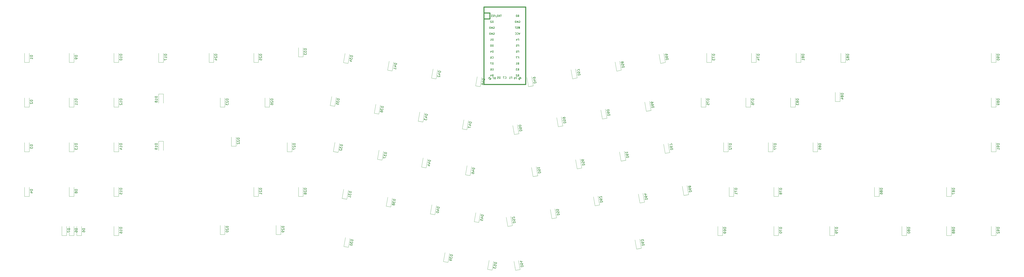
<source format=gbr>
%TF.GenerationSoftware,KiCad,Pcbnew,(5.1.10)-1*%
%TF.CreationDate,2022-01-23T15:25:41-08:00*%
%TF.ProjectId,V2,56322e6b-6963-4616-945f-706362585858,rev?*%
%TF.SameCoordinates,Original*%
%TF.FileFunction,Legend,Bot*%
%TF.FilePolarity,Positive*%
%FSLAX46Y46*%
G04 Gerber Fmt 4.6, Leading zero omitted, Abs format (unit mm)*
G04 Created by KiCad (PCBNEW (5.1.10)-1) date 2022-01-23 15:25:41*
%MOMM*%
%LPD*%
G01*
G04 APERTURE LIST*
%ADD10C,0.381000*%
%ADD11C,0.150000*%
%ADD12C,0.120000*%
G04 APERTURE END LIST*
D10*
%TO.C,U1*%
X206781400Y6781800D02*
X204241400Y6781800D01*
X206781400Y9321800D02*
X206781400Y6781800D01*
D11*
G36*
X219176035Y3032770D02*
G01*
X219176035Y2932770D01*
X219276035Y2932770D01*
X219276035Y3032770D01*
X219176035Y3032770D01*
G37*
X219176035Y3032770D02*
X219176035Y2932770D01*
X219276035Y2932770D01*
X219276035Y3032770D01*
X219176035Y3032770D01*
G36*
X219376035Y3432770D02*
G01*
X219376035Y2632770D01*
X219476035Y2632770D01*
X219476035Y3432770D01*
X219376035Y3432770D01*
G37*
X219376035Y3432770D02*
X219376035Y2632770D01*
X219476035Y2632770D01*
X219476035Y3432770D01*
X219376035Y3432770D01*
G36*
X218976035Y2832770D02*
G01*
X218976035Y2632770D01*
X219076035Y2632770D01*
X219076035Y2832770D01*
X218976035Y2832770D01*
G37*
X218976035Y2832770D02*
X218976035Y2632770D01*
X219076035Y2632770D01*
X219076035Y2832770D01*
X218976035Y2832770D01*
G36*
X218976035Y3432770D02*
G01*
X218976035Y3132770D01*
X219076035Y3132770D01*
X219076035Y3432770D01*
X218976035Y3432770D01*
G37*
X218976035Y3432770D02*
X218976035Y3132770D01*
X219076035Y3132770D01*
X219076035Y3432770D01*
X218976035Y3432770D01*
G36*
X218976035Y3432770D02*
G01*
X218976035Y3332770D01*
X219476035Y3332770D01*
X219476035Y3432770D01*
X218976035Y3432770D01*
G37*
X218976035Y3432770D02*
X218976035Y3332770D01*
X219476035Y3332770D01*
X219476035Y3432770D01*
X218976035Y3432770D01*
D10*
X222021400Y-21158200D02*
X222021400Y11861800D01*
X204241400Y-21158200D02*
X222021400Y-21158200D01*
X204241400Y11861800D02*
X204241400Y-21158200D01*
X222021400Y11861800D02*
X204241400Y11861800D01*
X206781400Y9321800D02*
X204241400Y9321800D01*
D12*
%TO.C,D92*%
X422424043Y-85593750D02*
X420424043Y-85593750D01*
X420424043Y-85593750D02*
X420424043Y-81693750D01*
X422424043Y-85593750D02*
X422424043Y-81693750D01*
%TO.C,D91*%
X422424043Y-49875000D02*
X420424043Y-49875000D01*
X420424043Y-49875000D02*
X420424043Y-45975000D01*
X422424043Y-49875000D02*
X422424043Y-45975000D01*
%TO.C,D89*%
X422424043Y-30825000D02*
X420424043Y-30825000D01*
X420424043Y-30825000D02*
X420424043Y-26925000D01*
X422424043Y-30825000D02*
X422424043Y-26925000D01*
%TO.C,D88*%
X403374043Y-85593750D02*
X401374043Y-85593750D01*
X401374043Y-85593750D02*
X401374043Y-81693750D01*
X403374043Y-85593750D02*
X403374043Y-81693750D01*
%TO.C,D87*%
X403374043Y-68925000D02*
X401374043Y-68925000D01*
X401374043Y-68925000D02*
X401374043Y-65025000D01*
X403374043Y-68925000D02*
X403374043Y-65025000D01*
%TO.C,D86*%
X372607793Y-68925000D02*
X370607793Y-68925000D01*
X370607793Y-68925000D02*
X370607793Y-65025000D01*
X372607793Y-68925000D02*
X372607793Y-65025000D01*
%TO.C,D85*%
X346414043Y-49875000D02*
X344414043Y-49875000D01*
X344414043Y-49875000D02*
X344414043Y-45975000D01*
X346414043Y-49875000D02*
X346414043Y-45975000D01*
%TO.C,D84*%
X355939043Y-28443750D02*
X353939043Y-28443750D01*
X353939043Y-28443750D02*
X353939043Y-24543750D01*
X355939043Y-28443750D02*
X355939043Y-24543750D01*
%TO.C,D83*%
X336889043Y-30825000D02*
X334889043Y-30825000D01*
X334889043Y-30825000D02*
X334889043Y-26925000D01*
X336889043Y-30825000D02*
X336889043Y-26925000D01*
%TO.C,D82*%
X358320293Y-11775000D02*
X356320293Y-11775000D01*
X356320293Y-11775000D02*
X356320293Y-7875000D01*
X358320293Y-11775000D02*
X358320293Y-7875000D01*
%TO.C,D81*%
X339270293Y-11775000D02*
X337270293Y-11775000D01*
X337270293Y-11775000D02*
X337270293Y-7875000D01*
X339270293Y-11775000D02*
X339270293Y-7875000D01*
%TO.C,D80*%
X384324043Y-85593750D02*
X382324043Y-85593750D01*
X382324043Y-85593750D02*
X382324043Y-81693750D01*
X384324043Y-85593750D02*
X384324043Y-81693750D01*
%TO.C,D79*%
X353557793Y-85593750D02*
X351557793Y-85593750D01*
X351557793Y-85593750D02*
X351557793Y-81693750D01*
X353557793Y-85593750D02*
X353557793Y-81693750D01*
%TO.C,D78*%
X329745293Y-68925000D02*
X327745293Y-68925000D01*
X327745293Y-68925000D02*
X327745293Y-65025000D01*
X329745293Y-68925000D02*
X329745293Y-65025000D01*
%TO.C,D77*%
X327364043Y-49875000D02*
X325364043Y-49875000D01*
X325364043Y-49875000D02*
X325364043Y-45975000D01*
X327364043Y-49875000D02*
X327364043Y-45975000D01*
%TO.C,D76*%
X317839043Y-30825000D02*
X315839043Y-30825000D01*
X315839043Y-30825000D02*
X315839043Y-26925000D01*
X317839043Y-30825000D02*
X317839043Y-26925000D01*
%TO.C,D75*%
X298789043Y-30825000D02*
X296789043Y-30825000D01*
X296789043Y-30825000D02*
X296789043Y-26925000D01*
X298789043Y-30825000D02*
X298789043Y-26925000D01*
%TO.C,D74*%
X320220293Y-11775000D02*
X318220293Y-11775000D01*
X318220293Y-11775000D02*
X318220293Y-7875000D01*
X320220293Y-11775000D02*
X320220293Y-7875000D01*
%TO.C,D73*%
X301170293Y-11775000D02*
X299170293Y-11775000D01*
X299170293Y-11775000D02*
X299170293Y-7875000D01*
X301170293Y-11775000D02*
X301170293Y-7875000D01*
%TO.C,D72*%
X308314043Y-49875000D02*
X306314043Y-49875000D01*
X306314043Y-49875000D02*
X306314043Y-45975000D01*
X308314043Y-49875000D02*
X308314043Y-45975000D01*
%TO.C,D71*%
X310695293Y-68925000D02*
X308695293Y-68925000D01*
X308695293Y-68925000D02*
X308695293Y-65025000D01*
X310695293Y-68925000D02*
X310695293Y-65025000D01*
%TO.C,D70*%
X329745293Y-85593750D02*
X327745293Y-85593750D01*
X327745293Y-85593750D02*
X327745293Y-81693750D01*
X329745293Y-85593750D02*
X329745293Y-81693750D01*
%TO.C,D69*%
X305932793Y-85593750D02*
X303932793Y-85593750D01*
X303932793Y-85593750D02*
X303932793Y-81693750D01*
X305932793Y-85593750D02*
X305932793Y-81693750D01*
%TO.C,D68*%
X291418116Y-68107569D02*
X289448501Y-68454866D01*
X289448501Y-68454866D02*
X288771273Y-64614115D01*
X291418116Y-68107569D02*
X290740888Y-64266819D01*
%TO.C,D67*%
X283429816Y-50149769D02*
X281460201Y-50497066D01*
X281460201Y-50497066D02*
X280782973Y-46656315D01*
X283429816Y-50149769D02*
X282752588Y-46309019D01*
%TO.C,D66*%
X275416116Y-32191969D02*
X273446501Y-32539266D01*
X273446501Y-32539266D02*
X272769273Y-28698515D01*
X275416116Y-32191969D02*
X274738888Y-28351219D01*
%TO.C,D65*%
X281499416Y-11783069D02*
X279529801Y-12130366D01*
X279529801Y-12130366D02*
X278852573Y-8289615D01*
X281499416Y-11783069D02*
X280822188Y-7942319D01*
%TO.C,D64*%
X272660216Y-71358769D02*
X270690601Y-71706066D01*
X270690601Y-71706066D02*
X270013373Y-67865315D01*
X272660216Y-71358769D02*
X271982988Y-67518019D01*
%TO.C,D63*%
X271275916Y-90954869D02*
X269306301Y-91302166D01*
X269306301Y-91302166D02*
X268629073Y-87461415D01*
X271275916Y-90954869D02*
X270598688Y-87114119D01*
%TO.C,D62*%
X253521316Y-72552569D02*
X251551701Y-72899866D01*
X251551701Y-72899866D02*
X250874473Y-69059115D01*
X253521316Y-72552569D02*
X252844088Y-68711819D01*
%TO.C,D61*%
X264659216Y-53464469D02*
X262689601Y-53811766D01*
X262689601Y-53811766D02*
X262012373Y-49971015D01*
X264659216Y-53464469D02*
X263981988Y-49623719D01*
%TO.C,D60*%
X256658216Y-35519369D02*
X254688601Y-35866666D01*
X254688601Y-35866666D02*
X254011373Y-32025915D01*
X256658216Y-35519369D02*
X255980988Y-31678619D01*
%TO.C,D59*%
X237887616Y-38795969D02*
X235918001Y-39143266D01*
X235918001Y-39143266D02*
X235240773Y-35302515D01*
X237887616Y-38795969D02*
X237210388Y-34955219D01*
%TO.C,D58*%
X262728816Y-15085069D02*
X260759201Y-15432366D01*
X260759201Y-15432366D02*
X260081973Y-11591615D01*
X262728816Y-15085069D02*
X262051588Y-11244319D01*
%TO.C,D57*%
X243970916Y-18387069D02*
X242001301Y-18734366D01*
X242001301Y-18734366D02*
X241324073Y-14893615D01*
X243970916Y-18387069D02*
X243293688Y-14546319D01*
%TO.C,D56*%
X245888616Y-56753769D02*
X243919001Y-57101066D01*
X243919001Y-57101066D02*
X243241773Y-53260315D01*
X245888616Y-56753769D02*
X245211388Y-52913019D01*
%TO.C,D55*%
X235131716Y-78000869D02*
X233162101Y-78348166D01*
X233162101Y-78348166D02*
X232484873Y-74507415D01*
X235131716Y-78000869D02*
X234454488Y-74160119D01*
%TO.C,D54*%
X219675816Y-100048069D02*
X217706201Y-100395366D01*
X217706201Y-100395366D02*
X217028973Y-96554615D01*
X219675816Y-100048069D02*
X218998588Y-96207319D01*
%TO.C,D53*%
X207692999Y-100331866D02*
X205723384Y-99984569D01*
X205723384Y-99984569D02*
X206400612Y-96143819D01*
X207692999Y-100331866D02*
X208370227Y-96491115D01*
%TO.C,D52*%
X216361116Y-81315569D02*
X214391501Y-81662866D01*
X214391501Y-81662866D02*
X213714273Y-77822115D01*
X216361116Y-81315569D02*
X215683888Y-77474819D01*
%TO.C,D51*%
X227143416Y-60068469D02*
X225173801Y-60415766D01*
X225173801Y-60415766D02*
X224496573Y-56575015D01*
X227143416Y-60068469D02*
X226466188Y-56227719D01*
%TO.C,D50*%
X219142416Y-42148769D02*
X217172801Y-42496066D01*
X217172801Y-42496066D02*
X216495573Y-38655315D01*
X219142416Y-42148769D02*
X218465188Y-38308019D01*
%TO.C,D49*%
X225200316Y-21714469D02*
X223230701Y-22061766D01*
X223230701Y-22061766D02*
X222553473Y-18221015D01*
X225200316Y-21714469D02*
X224523088Y-17873719D01*
%TO.C,D48*%
X202625699Y-22049066D02*
X200656084Y-21701769D01*
X200656084Y-21701769D02*
X201333312Y-17861019D01*
X202625699Y-22049066D02*
X203302927Y-18208315D01*
%TO.C,D47*%
X196961499Y-40413266D02*
X194991884Y-40065969D01*
X194991884Y-40065969D02*
X195669112Y-36225219D01*
X196961499Y-40413266D02*
X197638727Y-36572515D01*
%TO.C,D46*%
X198345799Y-59996666D02*
X196376184Y-59649369D01*
X196376184Y-59649369D02*
X197053412Y-55808619D01*
X198345799Y-59996666D02*
X199023027Y-56155915D01*
%TO.C,D45*%
X202079599Y-80011866D02*
X200109984Y-79664569D01*
X200109984Y-79664569D02*
X200787212Y-75823819D01*
X202079599Y-80011866D02*
X202756827Y-76171115D01*
%TO.C,D44*%
X179587899Y-56694666D02*
X177618284Y-56347369D01*
X177618284Y-56347369D02*
X178295512Y-52506619D01*
X179587899Y-56694666D02*
X180265127Y-52853915D01*
%TO.C,D43*%
X178216299Y-37111266D02*
X176246684Y-36763969D01*
X176246684Y-36763969D02*
X176923912Y-32923219D01*
X178216299Y-37111266D02*
X178893527Y-33270515D01*
%TO.C,D42*%
X183855099Y-18747066D02*
X181885484Y-18399769D01*
X181885484Y-18399769D02*
X182562712Y-14559019D01*
X183855099Y-18747066D02*
X184532327Y-14906315D01*
%TO.C,D41*%
X165109899Y-15419666D02*
X163140284Y-15072369D01*
X163140284Y-15072369D02*
X163817512Y-11231619D01*
X165109899Y-15419666D02*
X165787127Y-11578915D01*
%TO.C,D40*%
X183321699Y-76671766D02*
X181352084Y-76324469D01*
X181352084Y-76324469D02*
X182029312Y-72483719D01*
X183321699Y-76671766D02*
X183998927Y-72831015D01*
%TO.C,D39*%
X188909699Y-97029866D02*
X186940084Y-96682569D01*
X186940084Y-96682569D02*
X187617312Y-92841819D01*
X188909699Y-97029866D02*
X189586927Y-93189115D01*
%TO.C,D38*%
X164563799Y-73382466D02*
X162594184Y-73035169D01*
X162594184Y-73035169D02*
X163271412Y-69194419D01*
X164563799Y-73382466D02*
X165241027Y-69541715D01*
%TO.C,D37*%
X160829999Y-53392666D02*
X158860384Y-53045369D01*
X158860384Y-53045369D02*
X159537612Y-49204619D01*
X160829999Y-53392666D02*
X161507227Y-49551915D01*
%TO.C,D36*%
X159445699Y-33783866D02*
X157476084Y-33436569D01*
X157476084Y-33436569D02*
X158153312Y-29595819D01*
X159445699Y-33783866D02*
X160122927Y-29943115D01*
%TO.C,D35*%
X140687799Y-30494566D02*
X138718184Y-30147269D01*
X138718184Y-30147269D02*
X139395412Y-26306519D01*
X140687799Y-30494566D02*
X141365027Y-26653815D01*
%TO.C,D34*%
X146339299Y-12143066D02*
X144369684Y-11795769D01*
X144369684Y-11795769D02*
X145046912Y-7955019D01*
X146339299Y-12143066D02*
X147016527Y-8302315D01*
%TO.C,D33*%
X127206250Y-9393750D02*
X125206250Y-9393750D01*
X125206250Y-9393750D02*
X125206250Y-5493750D01*
X127206250Y-9393750D02*
X127206250Y-5493750D01*
%TO.C,D32*%
X142059399Y-50090666D02*
X140089784Y-49743369D01*
X140089784Y-49743369D02*
X140767012Y-45902619D01*
X142059399Y-50090666D02*
X142736627Y-46249915D01*
%TO.C,D31*%
X145793199Y-70067766D02*
X143823584Y-69720469D01*
X143823584Y-69720469D02*
X144500812Y-65879719D01*
X145793199Y-70067766D02*
X146470427Y-66227015D01*
%TO.C,D30*%
X146517099Y-90578266D02*
X144547484Y-90230969D01*
X144547484Y-90230969D02*
X145224712Y-86390219D01*
X146517099Y-90578266D02*
X147194327Y-86737515D01*
%TO.C,D29*%
X117681250Y-85117500D02*
X115681250Y-85117500D01*
X115681250Y-85117500D02*
X115681250Y-81217500D01*
X117681250Y-85117500D02*
X117681250Y-81217500D01*
%TO.C,D28*%
X127206250Y-68925000D02*
X125206250Y-68925000D01*
X125206250Y-68925000D02*
X125206250Y-65025000D01*
X127206250Y-68925000D02*
X127206250Y-65025000D01*
%TO.C,D27*%
X122443750Y-49875000D02*
X120443750Y-49875000D01*
X120443750Y-49875000D02*
X120443750Y-45975000D01*
X122443750Y-49875000D02*
X122443750Y-45975000D01*
%TO.C,D26*%
X112918750Y-30825000D02*
X110918750Y-30825000D01*
X110918750Y-30825000D02*
X110918750Y-26925000D01*
X112918750Y-30825000D02*
X112918750Y-26925000D01*
%TO.C,D25*%
X108156250Y-11775000D02*
X106156250Y-11775000D01*
X106156250Y-11775000D02*
X106156250Y-7875000D01*
X108156250Y-11775000D02*
X108156250Y-7875000D01*
%TO.C,D24*%
X89106250Y-11775000D02*
X87106250Y-11775000D01*
X87106250Y-11775000D02*
X87106250Y-7875000D01*
X89106250Y-11775000D02*
X89106250Y-7875000D01*
%TO.C,D23*%
X93868750Y-30825000D02*
X91868750Y-30825000D01*
X91868750Y-30825000D02*
X91868750Y-26925000D01*
X93868750Y-30825000D02*
X93868750Y-26925000D01*
%TO.C,D22*%
X98631250Y-47493750D02*
X96631250Y-47493750D01*
X96631250Y-47493750D02*
X96631250Y-43593750D01*
X98631250Y-47493750D02*
X98631250Y-43593750D01*
%TO.C,D21*%
X108156250Y-68925000D02*
X106156250Y-68925000D01*
X106156250Y-68925000D02*
X106156250Y-65025000D01*
X108156250Y-68925000D02*
X108156250Y-65025000D01*
%TO.C,D20*%
X93868750Y-85117500D02*
X91868750Y-85117500D01*
X91868750Y-85117500D02*
X91868750Y-81217500D01*
X93868750Y-85117500D02*
X93868750Y-81217500D01*
%TO.C,D19*%
X65675000Y-45349600D02*
X67675000Y-45349600D01*
X67675000Y-45349600D02*
X67675000Y-49249600D01*
X65675000Y-45349600D02*
X65675000Y-49249600D01*
%TO.C,D18*%
X65675000Y-25232800D02*
X67675000Y-25232800D01*
X67675000Y-25232800D02*
X67675000Y-29132800D01*
X65675000Y-25232800D02*
X65675000Y-29132800D01*
%TO.C,D17*%
X67675000Y-11775000D02*
X65675000Y-11775000D01*
X65675000Y-11775000D02*
X65675000Y-7875000D01*
X67675000Y-11775000D02*
X67675000Y-7875000D01*
%TO.C,D16*%
X48625000Y-85593750D02*
X46625000Y-85593750D01*
X46625000Y-85593750D02*
X46625000Y-81693750D01*
X48625000Y-85593750D02*
X48625000Y-81693750D01*
%TO.C,D15*%
X48625000Y-68925000D02*
X46625000Y-68925000D01*
X46625000Y-68925000D02*
X46625000Y-65025000D01*
X48625000Y-68925000D02*
X48625000Y-65025000D01*
%TO.C,D14*%
X48625000Y-49875000D02*
X46625000Y-49875000D01*
X46625000Y-49875000D02*
X46625000Y-45975000D01*
X48625000Y-49875000D02*
X48625000Y-45975000D01*
%TO.C,D13*%
X29575000Y-49875000D02*
X27575000Y-49875000D01*
X27575000Y-49875000D02*
X27575000Y-45975000D01*
X29575000Y-49875000D02*
X29575000Y-45975000D01*
%TO.C,D12*%
X48625000Y-30825000D02*
X46625000Y-30825000D01*
X46625000Y-30825000D02*
X46625000Y-26925000D01*
X48625000Y-30825000D02*
X48625000Y-26925000D01*
%TO.C,D11*%
X29575000Y-30825000D02*
X27575000Y-30825000D01*
X27575000Y-30825000D02*
X27575000Y-26925000D01*
X29575000Y-30825000D02*
X29575000Y-26925000D01*
%TO.C,D10*%
X48625000Y-11775000D02*
X46625000Y-11775000D01*
X46625000Y-11775000D02*
X46625000Y-7875000D01*
X48625000Y-11775000D02*
X48625000Y-7875000D01*
%TO.C,D9*%
X29575000Y-11775000D02*
X27575000Y-11775000D01*
X27575000Y-11775000D02*
X27575000Y-7875000D01*
X29575000Y-11775000D02*
X29575000Y-7875000D01*
%TO.C,D8*%
X29575000Y-68925000D02*
X27575000Y-68925000D01*
X27575000Y-68925000D02*
X27575000Y-65025000D01*
X29575000Y-68925000D02*
X29575000Y-65025000D01*
%TO.C,D7*%
X26400000Y-85593750D02*
X24400000Y-85593750D01*
X24400000Y-85593750D02*
X24400000Y-81693750D01*
X26400000Y-85593750D02*
X26400000Y-81693750D01*
%TO.C,D6*%
X32750000Y-85593750D02*
X30750000Y-85593750D01*
X30750000Y-85593750D02*
X30750000Y-81693750D01*
X32750000Y-85593750D02*
X32750000Y-81693750D01*
%TO.C,D5*%
X29575000Y-85593750D02*
X27575000Y-85593750D01*
X27575000Y-85593750D02*
X27575000Y-81693750D01*
X29575000Y-85593750D02*
X29575000Y-81693750D01*
%TO.C,D4*%
X10525000Y-68925000D02*
X8525000Y-68925000D01*
X8525000Y-68925000D02*
X8525000Y-65025000D01*
X10525000Y-68925000D02*
X10525000Y-65025000D01*
%TO.C,D3*%
X10525000Y-49875000D02*
X8525000Y-49875000D01*
X8525000Y-49875000D02*
X8525000Y-45975000D01*
X10525000Y-49875000D02*
X10525000Y-45975000D01*
%TO.C,D2*%
X10525000Y-30825000D02*
X8525000Y-30825000D01*
X8525000Y-30825000D02*
X8525000Y-26925000D01*
X10525000Y-30825000D02*
X10525000Y-26925000D01*
%TO.C,D1*%
X10525000Y-11775000D02*
X8525000Y-11775000D01*
X8525000Y-11775000D02*
X8525000Y-7875000D01*
X10525000Y-11775000D02*
X10525000Y-7875000D01*
%TO.C,D90*%
X422424043Y-11775000D02*
X420424043Y-11775000D01*
X420424043Y-11775000D02*
X420424043Y-7875000D01*
X422424043Y-11775000D02*
X422424043Y-7875000D01*
%TO.C,U1*%
D11*
X208260876Y5149895D02*
X208260876Y5949895D01*
X208070400Y5949895D01*
X207956114Y5911800D01*
X207879923Y5835609D01*
X207841828Y5759419D01*
X207803733Y5607038D01*
X207803733Y5492752D01*
X207841828Y5340371D01*
X207879923Y5264180D01*
X207956114Y5187990D01*
X208070400Y5149895D01*
X208260876Y5149895D01*
X207498971Y5873704D02*
X207460876Y5911800D01*
X207384685Y5949895D01*
X207194209Y5949895D01*
X207118019Y5911800D01*
X207079923Y5873704D01*
X207041828Y5797514D01*
X207041828Y5721323D01*
X207079923Y5607038D01*
X207537066Y5149895D01*
X207041828Y5149895D01*
X208260876Y-5010104D02*
X208260876Y-4210104D01*
X208070400Y-4210104D01*
X207956114Y-4248200D01*
X207879923Y-4324390D01*
X207841828Y-4400580D01*
X207803733Y-4552961D01*
X207803733Y-4667247D01*
X207841828Y-4819628D01*
X207879923Y-4895819D01*
X207956114Y-4972009D01*
X208070400Y-5010104D01*
X208260876Y-5010104D01*
X207308495Y-4210104D02*
X207232304Y-4210104D01*
X207156114Y-4248200D01*
X207118019Y-4286295D01*
X207079923Y-4362485D01*
X207041828Y-4514866D01*
X207041828Y-4705342D01*
X207079923Y-4857723D01*
X207118019Y-4933914D01*
X207156114Y-4972009D01*
X207232304Y-5010104D01*
X207308495Y-5010104D01*
X207384685Y-4972009D01*
X207422780Y-4933914D01*
X207460876Y-4857723D01*
X207498971Y-4705342D01*
X207498971Y-4514866D01*
X207460876Y-4362485D01*
X207422780Y-4286295D01*
X207384685Y-4248200D01*
X207308495Y-4210104D01*
X208260876Y-2470104D02*
X208260876Y-1670104D01*
X208070400Y-1670104D01*
X207956114Y-1708200D01*
X207879923Y-1784390D01*
X207841828Y-1860580D01*
X207803733Y-2012961D01*
X207803733Y-2127247D01*
X207841828Y-2279628D01*
X207879923Y-2355819D01*
X207956114Y-2432009D01*
X208070400Y-2470104D01*
X208260876Y-2470104D01*
X207041828Y-2470104D02*
X207498971Y-2470104D01*
X207270400Y-2470104D02*
X207270400Y-1670104D01*
X207346590Y-1784390D01*
X207422780Y-1860580D01*
X207498971Y-1898676D01*
X208279923Y831800D02*
X208356114Y869895D01*
X208470400Y869895D01*
X208584685Y831800D01*
X208660876Y755609D01*
X208698971Y679419D01*
X208737066Y527038D01*
X208737066Y412752D01*
X208698971Y260371D01*
X208660876Y184180D01*
X208584685Y107990D01*
X208470400Y69895D01*
X208394209Y69895D01*
X208279923Y107990D01*
X208241828Y146085D01*
X208241828Y412752D01*
X208394209Y412752D01*
X207898971Y69895D02*
X207898971Y869895D01*
X207441828Y69895D01*
X207441828Y869895D01*
X207060876Y69895D02*
X207060876Y869895D01*
X206870400Y869895D01*
X206756114Y831800D01*
X206679923Y755609D01*
X206641828Y679419D01*
X206603733Y527038D01*
X206603733Y412752D01*
X206641828Y260371D01*
X206679923Y184180D01*
X206756114Y107990D01*
X206870400Y69895D01*
X207060876Y69895D01*
X208279923Y3371800D02*
X208356114Y3409895D01*
X208470400Y3409895D01*
X208584685Y3371800D01*
X208660876Y3295609D01*
X208698971Y3219419D01*
X208737066Y3067038D01*
X208737066Y2952752D01*
X208698971Y2800371D01*
X208660876Y2724180D01*
X208584685Y2647990D01*
X208470400Y2609895D01*
X208394209Y2609895D01*
X208279923Y2647990D01*
X208241828Y2686085D01*
X208241828Y2952752D01*
X208394209Y2952752D01*
X207898971Y2609895D02*
X207898971Y3409895D01*
X207441828Y2609895D01*
X207441828Y3409895D01*
X207060876Y2609895D02*
X207060876Y3409895D01*
X206870400Y3409895D01*
X206756114Y3371800D01*
X206679923Y3295609D01*
X206641828Y3219419D01*
X206603733Y3067038D01*
X206603733Y2952752D01*
X206641828Y2800371D01*
X206679923Y2724180D01*
X206756114Y2647990D01*
X206870400Y2609895D01*
X207060876Y2609895D01*
X208260876Y-7550104D02*
X208260876Y-6750104D01*
X208070400Y-6750104D01*
X207956114Y-6788200D01*
X207879923Y-6864390D01*
X207841828Y-6940580D01*
X207803733Y-7092961D01*
X207803733Y-7207247D01*
X207841828Y-7359628D01*
X207879923Y-7435819D01*
X207956114Y-7512009D01*
X208070400Y-7550104D01*
X208260876Y-7550104D01*
X207118019Y-7016771D02*
X207118019Y-7550104D01*
X207308495Y-6712009D02*
X207498971Y-7283438D01*
X207003733Y-7283438D01*
X207803733Y-10013914D02*
X207841828Y-10052009D01*
X207956114Y-10090104D01*
X208032304Y-10090104D01*
X208146590Y-10052009D01*
X208222780Y-9975819D01*
X208260876Y-9899628D01*
X208298971Y-9747247D01*
X208298971Y-9632961D01*
X208260876Y-9480580D01*
X208222780Y-9404390D01*
X208146590Y-9328200D01*
X208032304Y-9290104D01*
X207956114Y-9290104D01*
X207841828Y-9328200D01*
X207803733Y-9366295D01*
X207118019Y-9290104D02*
X207270400Y-9290104D01*
X207346590Y-9328200D01*
X207384685Y-9366295D01*
X207460876Y-9480580D01*
X207498971Y-9632961D01*
X207498971Y-9937723D01*
X207460876Y-10013914D01*
X207422780Y-10052009D01*
X207346590Y-10090104D01*
X207194209Y-10090104D01*
X207118019Y-10052009D01*
X207079923Y-10013914D01*
X207041828Y-9937723D01*
X207041828Y-9747247D01*
X207079923Y-9671057D01*
X207118019Y-9632961D01*
X207194209Y-9594866D01*
X207346590Y-9594866D01*
X207422780Y-9632961D01*
X207460876Y-9671057D01*
X207498971Y-9747247D01*
X208260876Y-12630104D02*
X208260876Y-11830104D01*
X208070400Y-11830104D01*
X207956114Y-11868200D01*
X207879923Y-11944390D01*
X207841828Y-12020580D01*
X207803733Y-12172961D01*
X207803733Y-12287247D01*
X207841828Y-12439628D01*
X207879923Y-12515819D01*
X207956114Y-12592009D01*
X208070400Y-12630104D01*
X208260876Y-12630104D01*
X207537066Y-11830104D02*
X207003733Y-11830104D01*
X207346590Y-12630104D01*
X208222780Y-14751057D02*
X207956114Y-14751057D01*
X207841828Y-15170104D02*
X208222780Y-15170104D01*
X208222780Y-14370104D01*
X207841828Y-14370104D01*
X207156114Y-14370104D02*
X207308495Y-14370104D01*
X207384685Y-14408200D01*
X207422780Y-14446295D01*
X207498971Y-14560580D01*
X207537066Y-14712961D01*
X207537066Y-15017723D01*
X207498971Y-15093914D01*
X207460876Y-15132009D01*
X207384685Y-15170104D01*
X207232304Y-15170104D01*
X207156114Y-15132009D01*
X207118019Y-15093914D01*
X207079923Y-15017723D01*
X207079923Y-14827247D01*
X207118019Y-14751057D01*
X207156114Y-14712961D01*
X207232304Y-14674866D01*
X207384685Y-14674866D01*
X207460876Y-14712961D01*
X207498971Y-14751057D01*
X207537066Y-14827247D01*
X207994209Y-17291057D02*
X207879923Y-17329152D01*
X207841828Y-17367247D01*
X207803733Y-17443438D01*
X207803733Y-17557723D01*
X207841828Y-17633914D01*
X207879923Y-17672009D01*
X207956114Y-17710104D01*
X208260876Y-17710104D01*
X208260876Y-16910104D01*
X207994209Y-16910104D01*
X207918019Y-16948200D01*
X207879923Y-16986295D01*
X207841828Y-17062485D01*
X207841828Y-17138676D01*
X207879923Y-17214866D01*
X207918019Y-17252961D01*
X207994209Y-17291057D01*
X208260876Y-17291057D01*
X207118019Y-17176771D02*
X207118019Y-17710104D01*
X207308495Y-16872009D02*
X207498971Y-17443438D01*
X207003733Y-17443438D01*
X206967102Y-18783191D02*
X206872821Y-18736051D01*
X206825680Y-18736051D01*
X206754970Y-18759621D01*
X206684259Y-18830332D01*
X206660689Y-18901042D01*
X206660689Y-18948183D01*
X206684259Y-19018893D01*
X206872821Y-19207455D01*
X207367796Y-18712480D01*
X207202804Y-18547489D01*
X207132093Y-18523919D01*
X207084953Y-18523919D01*
X207014242Y-18547489D01*
X206967102Y-18594629D01*
X206943532Y-18665340D01*
X206943532Y-18712480D01*
X206967102Y-18783191D01*
X207132093Y-18948183D01*
X206637119Y-17981803D02*
X206872821Y-18217506D01*
X206660689Y-18476778D01*
X206660689Y-18429638D01*
X206637119Y-18358927D01*
X206519267Y-18241076D01*
X206448557Y-18217506D01*
X206401416Y-18217506D01*
X206330706Y-18241076D01*
X206212855Y-18358927D01*
X206189284Y-18429638D01*
X206189284Y-18476778D01*
X206212855Y-18547489D01*
X206330706Y-18665340D01*
X206401416Y-18688910D01*
X206448557Y-18688910D01*
X218916209Y-14751057D02*
X218801923Y-14789152D01*
X218763828Y-14827247D01*
X218725733Y-14903438D01*
X218725733Y-15017723D01*
X218763828Y-15093914D01*
X218801923Y-15132009D01*
X218878114Y-15170104D01*
X219182876Y-15170104D01*
X219182876Y-14370104D01*
X218916209Y-14370104D01*
X218840019Y-14408200D01*
X218801923Y-14446295D01*
X218763828Y-14522485D01*
X218763828Y-14598676D01*
X218801923Y-14674866D01*
X218840019Y-14712961D01*
X218916209Y-14751057D01*
X219182876Y-14751057D01*
X218459066Y-14370104D02*
X217963828Y-14370104D01*
X218230495Y-14674866D01*
X218116209Y-14674866D01*
X218040019Y-14712961D01*
X218001923Y-14751057D01*
X217963828Y-14827247D01*
X217963828Y-15017723D01*
X218001923Y-15093914D01*
X218040019Y-15132009D01*
X218116209Y-15170104D01*
X218344780Y-15170104D01*
X218420971Y-15132009D01*
X218459066Y-15093914D01*
X218916209Y-12211057D02*
X218801923Y-12249152D01*
X218763828Y-12287247D01*
X218725733Y-12363438D01*
X218725733Y-12477723D01*
X218763828Y-12553914D01*
X218801923Y-12592009D01*
X218878114Y-12630104D01*
X219182876Y-12630104D01*
X219182876Y-11830104D01*
X218916209Y-11830104D01*
X218840019Y-11868200D01*
X218801923Y-11906295D01*
X218763828Y-11982485D01*
X218763828Y-12058676D01*
X218801923Y-12134866D01*
X218840019Y-12172961D01*
X218916209Y-12211057D01*
X219182876Y-12211057D01*
X217963828Y-12630104D02*
X218420971Y-12630104D01*
X218192400Y-12630104D02*
X218192400Y-11830104D01*
X218268590Y-11944390D01*
X218344780Y-12020580D01*
X218420971Y-12058676D01*
X218859066Y-2051057D02*
X219125733Y-2051057D01*
X219125733Y-2470104D02*
X219125733Y-1670104D01*
X218744780Y-1670104D01*
X218097161Y-1936771D02*
X218097161Y-2470104D01*
X218287638Y-1632009D02*
X218478114Y-2203438D01*
X217982876Y-2203438D01*
X219659066Y869895D02*
X219392400Y69895D01*
X219125733Y869895D01*
X218401923Y146085D02*
X218440019Y107990D01*
X218554304Y69895D01*
X218630495Y69895D01*
X218744780Y107990D01*
X218820971Y184180D01*
X218859066Y260371D01*
X218897161Y412752D01*
X218897161Y527038D01*
X218859066Y679419D01*
X218820971Y755609D01*
X218744780Y831800D01*
X218630495Y869895D01*
X218554304Y869895D01*
X218440019Y831800D01*
X218401923Y793704D01*
X217601923Y146085D02*
X217640019Y107990D01*
X217754304Y69895D01*
X217830495Y69895D01*
X217944780Y107990D01*
X218020971Y184180D01*
X218059066Y260371D01*
X218097161Y412752D01*
X218097161Y527038D01*
X218059066Y679419D01*
X218020971Y755609D01*
X217944780Y831800D01*
X217830495Y869895D01*
X217754304Y869895D01*
X217640019Y831800D01*
X217601923Y793704D01*
X219201923Y5911800D02*
X219278114Y5949895D01*
X219392400Y5949895D01*
X219506685Y5911800D01*
X219582876Y5835609D01*
X219620971Y5759419D01*
X219659066Y5607038D01*
X219659066Y5492752D01*
X219620971Y5340371D01*
X219582876Y5264180D01*
X219506685Y5187990D01*
X219392400Y5149895D01*
X219316209Y5149895D01*
X219201923Y5187990D01*
X219163828Y5226085D01*
X219163828Y5492752D01*
X219316209Y5492752D01*
X218820971Y5149895D02*
X218820971Y5949895D01*
X218363828Y5149895D01*
X218363828Y5949895D01*
X217982876Y5149895D02*
X217982876Y5949895D01*
X217792400Y5949895D01*
X217678114Y5911800D01*
X217601923Y5835609D01*
X217563828Y5759419D01*
X217525733Y5607038D01*
X217525733Y5492752D01*
X217563828Y5340371D01*
X217601923Y5264180D01*
X217678114Y5187990D01*
X217792400Y5149895D01*
X217982876Y5149895D01*
X218916209Y8108942D02*
X218801923Y8070847D01*
X218763828Y8032752D01*
X218725733Y7956561D01*
X218725733Y7842276D01*
X218763828Y7766085D01*
X218801923Y7727990D01*
X218878114Y7689895D01*
X219182876Y7689895D01*
X219182876Y8489895D01*
X218916209Y8489895D01*
X218840019Y8451800D01*
X218801923Y8413704D01*
X218763828Y8337514D01*
X218763828Y8261323D01*
X218801923Y8185133D01*
X218840019Y8147038D01*
X218916209Y8108942D01*
X219182876Y8108942D01*
X218230495Y8489895D02*
X218154304Y8489895D01*
X218078114Y8451800D01*
X218040019Y8413704D01*
X218001923Y8337514D01*
X217963828Y8185133D01*
X217963828Y7994657D01*
X218001923Y7842276D01*
X218040019Y7766085D01*
X218078114Y7727990D01*
X218154304Y7689895D01*
X218230495Y7689895D01*
X218306685Y7727990D01*
X218344780Y7766085D01*
X218382876Y7842276D01*
X218420971Y7994657D01*
X218420971Y8185133D01*
X218382876Y8337514D01*
X218344780Y8413704D01*
X218306685Y8451800D01*
X218230495Y8489895D01*
X218859066Y-4591057D02*
X219125733Y-4591057D01*
X219125733Y-5010104D02*
X219125733Y-4210104D01*
X218744780Y-4210104D01*
X218059066Y-4210104D02*
X218440019Y-4210104D01*
X218478114Y-4591057D01*
X218440019Y-4552961D01*
X218363828Y-4514866D01*
X218173352Y-4514866D01*
X218097161Y-4552961D01*
X218059066Y-4591057D01*
X218020971Y-4667247D01*
X218020971Y-4857723D01*
X218059066Y-4933914D01*
X218097161Y-4972009D01*
X218173352Y-5010104D01*
X218363828Y-5010104D01*
X218440019Y-4972009D01*
X218478114Y-4933914D01*
X218859066Y-7131057D02*
X219125733Y-7131057D01*
X219125733Y-7550104D02*
X219125733Y-6750104D01*
X218744780Y-6750104D01*
X218097161Y-6750104D02*
X218249542Y-6750104D01*
X218325733Y-6788200D01*
X218363828Y-6826295D01*
X218440019Y-6940580D01*
X218478114Y-7092961D01*
X218478114Y-7397723D01*
X218440019Y-7473914D01*
X218401923Y-7512009D01*
X218325733Y-7550104D01*
X218173352Y-7550104D01*
X218097161Y-7512009D01*
X218059066Y-7473914D01*
X218020971Y-7397723D01*
X218020971Y-7207247D01*
X218059066Y-7131057D01*
X218097161Y-7092961D01*
X218173352Y-7054866D01*
X218325733Y-7054866D01*
X218401923Y-7092961D01*
X218440019Y-7131057D01*
X218478114Y-7207247D01*
X218859066Y-9671057D02*
X219125733Y-9671057D01*
X219125733Y-10090104D02*
X219125733Y-9290104D01*
X218744780Y-9290104D01*
X218516209Y-9290104D02*
X217982876Y-9290104D01*
X218325733Y-10090104D01*
X218916209Y-17291057D02*
X218801923Y-17329152D01*
X218763828Y-17367247D01*
X218725733Y-17443438D01*
X218725733Y-17557723D01*
X218763828Y-17633914D01*
X218801923Y-17672009D01*
X218878114Y-17710104D01*
X219182876Y-17710104D01*
X219182876Y-16910104D01*
X218916209Y-16910104D01*
X218840019Y-16948200D01*
X218801923Y-16986295D01*
X218763828Y-17062485D01*
X218763828Y-17138676D01*
X218801923Y-17214866D01*
X218840019Y-17252961D01*
X218916209Y-17291057D01*
X219182876Y-17291057D01*
X218420971Y-16986295D02*
X218382876Y-16948200D01*
X218306685Y-16910104D01*
X218116209Y-16910104D01*
X218040019Y-16948200D01*
X218001923Y-16986295D01*
X217963828Y-17062485D01*
X217963828Y-17138676D01*
X218001923Y-17252961D01*
X218459066Y-17710104D01*
X217963828Y-17710104D01*
X211750004Y8489895D02*
X211292861Y8489895D01*
X211521432Y7689895D02*
X211521432Y8489895D01*
X211102385Y8489895D02*
X210569051Y7689895D01*
X210569051Y8489895D02*
X211102385Y7689895D01*
X210111908Y8489895D02*
X210035718Y8489895D01*
X209959528Y8451800D01*
X209921432Y8413704D01*
X209883337Y8337514D01*
X209845242Y8185133D01*
X209845242Y7994657D01*
X209883337Y7842276D01*
X209921432Y7766085D01*
X209959528Y7727990D01*
X210035718Y7689895D01*
X210111908Y7689895D01*
X210188099Y7727990D01*
X210226194Y7766085D01*
X210264289Y7842276D01*
X210302385Y7994657D01*
X210302385Y8185133D01*
X210264289Y8337514D01*
X210226194Y8413704D01*
X210188099Y8451800D01*
X210111908Y8489895D01*
X208930956Y8527990D02*
X209616670Y7499419D01*
X208664289Y7689895D02*
X208664289Y8489895D01*
X208473813Y8489895D01*
X208359528Y8451800D01*
X208283337Y8375609D01*
X208245242Y8299419D01*
X208207147Y8147038D01*
X208207147Y8032752D01*
X208245242Y7880371D01*
X208283337Y7804180D01*
X208359528Y7727990D01*
X208473813Y7689895D01*
X208664289Y7689895D01*
X207940480Y8489895D02*
X207445242Y8489895D01*
X207711908Y8185133D01*
X207597623Y8185133D01*
X207521432Y8147038D01*
X207483337Y8108942D01*
X207445242Y8032752D01*
X207445242Y7842276D01*
X207483337Y7766085D01*
X207521432Y7727990D01*
X207597623Y7689895D01*
X207826194Y7689895D01*
X207902385Y7727990D01*
X207940480Y7766085D01*
X218704733Y2667990D02*
X218590447Y2629895D01*
X218399971Y2629895D01*
X218323780Y2667990D01*
X218285685Y2706085D01*
X218247590Y2782276D01*
X218247590Y2858466D01*
X218285685Y2934657D01*
X218323780Y2972752D01*
X218399971Y3010847D01*
X218552352Y3048942D01*
X218628542Y3087038D01*
X218666638Y3125133D01*
X218704733Y3201323D01*
X218704733Y3277514D01*
X218666638Y3353704D01*
X218628542Y3391800D01*
X218552352Y3429895D01*
X218361876Y3429895D01*
X218247590Y3391800D01*
X218019019Y3429895D02*
X217561876Y3429895D01*
X217790447Y2629895D02*
X217790447Y3429895D01*
X208914733Y-18468200D02*
X208814733Y-18501533D01*
X208781400Y-18534866D01*
X208748066Y-18601533D01*
X208748066Y-18701533D01*
X208781400Y-18768200D01*
X208814733Y-18801533D01*
X208881400Y-18834866D01*
X209148066Y-18834866D01*
X209148066Y-18134866D01*
X208914733Y-18134866D01*
X208848066Y-18168200D01*
X208814733Y-18201533D01*
X208781400Y-18268200D01*
X208781400Y-18334866D01*
X208814733Y-18401533D01*
X208848066Y-18434866D01*
X208914733Y-18468200D01*
X209148066Y-18468200D01*
X208514733Y-18134866D02*
X208048066Y-18134866D01*
X208348066Y-18834866D01*
X217864733Y-18468200D02*
X218098066Y-18468200D01*
X218098066Y-18834866D02*
X218098066Y-18134866D01*
X217764733Y-18134866D01*
X217364733Y-18134866D02*
X217298066Y-18134866D01*
X217231400Y-18168200D01*
X217198066Y-18201533D01*
X217164733Y-18268200D01*
X217131400Y-18401533D01*
X217131400Y-18568200D01*
X217164733Y-18701533D01*
X217198066Y-18768200D01*
X217231400Y-18801533D01*
X217298066Y-18834866D01*
X217364733Y-18834866D01*
X217431400Y-18801533D01*
X217464733Y-18768200D01*
X217498066Y-18701533D01*
X217531400Y-18568200D01*
X217531400Y-18401533D01*
X217498066Y-18268200D01*
X217464733Y-18201533D01*
X217431400Y-18168200D01*
X217364733Y-18134866D01*
X219696391Y-18382497D02*
X219649251Y-18476778D01*
X219649251Y-18523919D01*
X219672821Y-18594629D01*
X219743532Y-18665340D01*
X219814242Y-18688910D01*
X219861383Y-18688910D01*
X219932093Y-18665340D01*
X220120655Y-18476778D01*
X219625680Y-17981803D01*
X219460689Y-18146795D01*
X219437119Y-18217506D01*
X219437119Y-18264646D01*
X219460689Y-18335357D01*
X219507829Y-18382497D01*
X219578540Y-18406067D01*
X219625680Y-18406067D01*
X219696391Y-18382497D01*
X219861383Y-18217506D01*
X218918574Y-18688910D02*
X219012855Y-18594629D01*
X219083565Y-18571059D01*
X219130706Y-18571059D01*
X219248557Y-18594629D01*
X219366408Y-18665340D01*
X219554970Y-18853902D01*
X219578540Y-18924612D01*
X219578540Y-18971753D01*
X219554970Y-19042464D01*
X219460689Y-19136744D01*
X219389978Y-19160315D01*
X219342838Y-19160315D01*
X219272127Y-19136744D01*
X219154276Y-19018893D01*
X219130706Y-18948183D01*
X219130706Y-18901042D01*
X219154276Y-18830332D01*
X219248557Y-18736051D01*
X219319267Y-18712480D01*
X219366408Y-18712480D01*
X219437119Y-18736051D01*
X213264733Y-18603914D02*
X213302828Y-18642009D01*
X213417114Y-18680104D01*
X213493304Y-18680104D01*
X213607590Y-18642009D01*
X213683780Y-18565819D01*
X213721876Y-18489628D01*
X213759971Y-18337247D01*
X213759971Y-18222961D01*
X213721876Y-18070580D01*
X213683780Y-17994390D01*
X213607590Y-17918200D01*
X213493304Y-17880104D01*
X213417114Y-17880104D01*
X213302828Y-17918200D01*
X213264733Y-17956295D01*
X212998066Y-17880104D02*
X212464733Y-17880104D01*
X212807590Y-18680104D01*
X215938066Y-18261057D02*
X216204733Y-18261057D01*
X216204733Y-18680104D02*
X216204733Y-17880104D01*
X215823780Y-17880104D01*
X215099971Y-18680104D02*
X215557114Y-18680104D01*
X215328542Y-18680104D02*
X215328542Y-17880104D01*
X215404733Y-17994390D01*
X215480923Y-18070580D01*
X215557114Y-18108676D01*
X211181876Y-18680104D02*
X211181876Y-17880104D01*
X210991400Y-17880104D01*
X210877114Y-17918200D01*
X210800923Y-17994390D01*
X210762828Y-18070580D01*
X210724733Y-18222961D01*
X210724733Y-18337247D01*
X210762828Y-18489628D01*
X210800923Y-18565819D01*
X210877114Y-18642009D01*
X210991400Y-18680104D01*
X211181876Y-18680104D01*
X210000923Y-17880104D02*
X210381876Y-17880104D01*
X210419971Y-18261057D01*
X210381876Y-18222961D01*
X210305685Y-18184866D01*
X210115209Y-18184866D01*
X210039019Y-18222961D01*
X210000923Y-18261057D01*
X209962828Y-18337247D01*
X209962828Y-18527723D01*
X210000923Y-18603914D01*
X210039019Y-18642009D01*
X210115209Y-18680104D01*
X210305685Y-18680104D01*
X210381876Y-18642009D01*
X210419971Y-18603914D01*
%TO.C,D92*%
X423876423Y-82129464D02*
X422876423Y-82129464D01*
X422876423Y-82367559D01*
X422924043Y-82510416D01*
X423019281Y-82605654D01*
X423114519Y-82653273D01*
X423304995Y-82700892D01*
X423447852Y-82700892D01*
X423638328Y-82653273D01*
X423733566Y-82605654D01*
X423828804Y-82510416D01*
X423876423Y-82367559D01*
X423876423Y-82129464D01*
X423876423Y-83177083D02*
X423876423Y-83367559D01*
X423828804Y-83462797D01*
X423781185Y-83510416D01*
X423638328Y-83605654D01*
X423447852Y-83653273D01*
X423066900Y-83653273D01*
X422971662Y-83605654D01*
X422924043Y-83558035D01*
X422876423Y-83462797D01*
X422876423Y-83272321D01*
X422924043Y-83177083D01*
X422971662Y-83129464D01*
X423066900Y-83081845D01*
X423304995Y-83081845D01*
X423400233Y-83129464D01*
X423447852Y-83177083D01*
X423495471Y-83272321D01*
X423495471Y-83462797D01*
X423447852Y-83558035D01*
X423400233Y-83605654D01*
X423304995Y-83653273D01*
X422971662Y-84034226D02*
X422924043Y-84081845D01*
X422876423Y-84177083D01*
X422876423Y-84415178D01*
X422924043Y-84510416D01*
X422971662Y-84558035D01*
X423066900Y-84605654D01*
X423162138Y-84605654D01*
X423304995Y-84558035D01*
X423876423Y-83986607D01*
X423876423Y-84605654D01*
%TO.C,D91*%
X423876423Y-46410714D02*
X422876423Y-46410714D01*
X422876423Y-46648809D01*
X422924043Y-46791666D01*
X423019281Y-46886904D01*
X423114519Y-46934523D01*
X423304995Y-46982142D01*
X423447852Y-46982142D01*
X423638328Y-46934523D01*
X423733566Y-46886904D01*
X423828804Y-46791666D01*
X423876423Y-46648809D01*
X423876423Y-46410714D01*
X423876423Y-47458333D02*
X423876423Y-47648809D01*
X423828804Y-47744047D01*
X423781185Y-47791666D01*
X423638328Y-47886904D01*
X423447852Y-47934523D01*
X423066900Y-47934523D01*
X422971662Y-47886904D01*
X422924043Y-47839285D01*
X422876423Y-47744047D01*
X422876423Y-47553571D01*
X422924043Y-47458333D01*
X422971662Y-47410714D01*
X423066900Y-47363095D01*
X423304995Y-47363095D01*
X423400233Y-47410714D01*
X423447852Y-47458333D01*
X423495471Y-47553571D01*
X423495471Y-47744047D01*
X423447852Y-47839285D01*
X423400233Y-47886904D01*
X423304995Y-47934523D01*
X423876423Y-48886904D02*
X423876423Y-48315476D01*
X423876423Y-48601190D02*
X422876423Y-48601190D01*
X423019281Y-48505952D01*
X423114519Y-48410714D01*
X423162138Y-48315476D01*
%TO.C,D89*%
X423876423Y-27360714D02*
X422876423Y-27360714D01*
X422876423Y-27598809D01*
X422924043Y-27741666D01*
X423019281Y-27836904D01*
X423114519Y-27884523D01*
X423304995Y-27932142D01*
X423447852Y-27932142D01*
X423638328Y-27884523D01*
X423733566Y-27836904D01*
X423828804Y-27741666D01*
X423876423Y-27598809D01*
X423876423Y-27360714D01*
X423304995Y-28503571D02*
X423257376Y-28408333D01*
X423209757Y-28360714D01*
X423114519Y-28313095D01*
X423066900Y-28313095D01*
X422971662Y-28360714D01*
X422924043Y-28408333D01*
X422876423Y-28503571D01*
X422876423Y-28694047D01*
X422924043Y-28789285D01*
X422971662Y-28836904D01*
X423066900Y-28884523D01*
X423114519Y-28884523D01*
X423209757Y-28836904D01*
X423257376Y-28789285D01*
X423304995Y-28694047D01*
X423304995Y-28503571D01*
X423352614Y-28408333D01*
X423400233Y-28360714D01*
X423495471Y-28313095D01*
X423685947Y-28313095D01*
X423781185Y-28360714D01*
X423828804Y-28408333D01*
X423876423Y-28503571D01*
X423876423Y-28694047D01*
X423828804Y-28789285D01*
X423781185Y-28836904D01*
X423685947Y-28884523D01*
X423495471Y-28884523D01*
X423400233Y-28836904D01*
X423352614Y-28789285D01*
X423304995Y-28694047D01*
X423876423Y-29360714D02*
X423876423Y-29551190D01*
X423828804Y-29646428D01*
X423781185Y-29694047D01*
X423638328Y-29789285D01*
X423447852Y-29836904D01*
X423066900Y-29836904D01*
X422971662Y-29789285D01*
X422924043Y-29741666D01*
X422876423Y-29646428D01*
X422876423Y-29455952D01*
X422924043Y-29360714D01*
X422971662Y-29313095D01*
X423066900Y-29265476D01*
X423304995Y-29265476D01*
X423400233Y-29313095D01*
X423447852Y-29360714D01*
X423495471Y-29455952D01*
X423495471Y-29646428D01*
X423447852Y-29741666D01*
X423400233Y-29789285D01*
X423304995Y-29836904D01*
%TO.C,D88*%
X404826423Y-82129464D02*
X403826423Y-82129464D01*
X403826423Y-82367559D01*
X403874043Y-82510416D01*
X403969281Y-82605654D01*
X404064519Y-82653273D01*
X404254995Y-82700892D01*
X404397852Y-82700892D01*
X404588328Y-82653273D01*
X404683566Y-82605654D01*
X404778804Y-82510416D01*
X404826423Y-82367559D01*
X404826423Y-82129464D01*
X404254995Y-83272321D02*
X404207376Y-83177083D01*
X404159757Y-83129464D01*
X404064519Y-83081845D01*
X404016900Y-83081845D01*
X403921662Y-83129464D01*
X403874043Y-83177083D01*
X403826423Y-83272321D01*
X403826423Y-83462797D01*
X403874043Y-83558035D01*
X403921662Y-83605654D01*
X404016900Y-83653273D01*
X404064519Y-83653273D01*
X404159757Y-83605654D01*
X404207376Y-83558035D01*
X404254995Y-83462797D01*
X404254995Y-83272321D01*
X404302614Y-83177083D01*
X404350233Y-83129464D01*
X404445471Y-83081845D01*
X404635947Y-83081845D01*
X404731185Y-83129464D01*
X404778804Y-83177083D01*
X404826423Y-83272321D01*
X404826423Y-83462797D01*
X404778804Y-83558035D01*
X404731185Y-83605654D01*
X404635947Y-83653273D01*
X404445471Y-83653273D01*
X404350233Y-83605654D01*
X404302614Y-83558035D01*
X404254995Y-83462797D01*
X404254995Y-84224702D02*
X404207376Y-84129464D01*
X404159757Y-84081845D01*
X404064519Y-84034226D01*
X404016900Y-84034226D01*
X403921662Y-84081845D01*
X403874043Y-84129464D01*
X403826423Y-84224702D01*
X403826423Y-84415178D01*
X403874043Y-84510416D01*
X403921662Y-84558035D01*
X404016900Y-84605654D01*
X404064519Y-84605654D01*
X404159757Y-84558035D01*
X404207376Y-84510416D01*
X404254995Y-84415178D01*
X404254995Y-84224702D01*
X404302614Y-84129464D01*
X404350233Y-84081845D01*
X404445471Y-84034226D01*
X404635947Y-84034226D01*
X404731185Y-84081845D01*
X404778804Y-84129464D01*
X404826423Y-84224702D01*
X404826423Y-84415178D01*
X404778804Y-84510416D01*
X404731185Y-84558035D01*
X404635947Y-84605654D01*
X404445471Y-84605654D01*
X404350233Y-84558035D01*
X404302614Y-84510416D01*
X404254995Y-84415178D01*
%TO.C,D87*%
X404826423Y-65460714D02*
X403826423Y-65460714D01*
X403826423Y-65698809D01*
X403874043Y-65841666D01*
X403969281Y-65936904D01*
X404064519Y-65984523D01*
X404254995Y-66032142D01*
X404397852Y-66032142D01*
X404588328Y-65984523D01*
X404683566Y-65936904D01*
X404778804Y-65841666D01*
X404826423Y-65698809D01*
X404826423Y-65460714D01*
X404254995Y-66603571D02*
X404207376Y-66508333D01*
X404159757Y-66460714D01*
X404064519Y-66413095D01*
X404016900Y-66413095D01*
X403921662Y-66460714D01*
X403874043Y-66508333D01*
X403826423Y-66603571D01*
X403826423Y-66794047D01*
X403874043Y-66889285D01*
X403921662Y-66936904D01*
X404016900Y-66984523D01*
X404064519Y-66984523D01*
X404159757Y-66936904D01*
X404207376Y-66889285D01*
X404254995Y-66794047D01*
X404254995Y-66603571D01*
X404302614Y-66508333D01*
X404350233Y-66460714D01*
X404445471Y-66413095D01*
X404635947Y-66413095D01*
X404731185Y-66460714D01*
X404778804Y-66508333D01*
X404826423Y-66603571D01*
X404826423Y-66794047D01*
X404778804Y-66889285D01*
X404731185Y-66936904D01*
X404635947Y-66984523D01*
X404445471Y-66984523D01*
X404350233Y-66936904D01*
X404302614Y-66889285D01*
X404254995Y-66794047D01*
X403826423Y-67317857D02*
X403826423Y-67984523D01*
X404826423Y-67555952D01*
%TO.C,D86*%
X374060173Y-65460714D02*
X373060173Y-65460714D01*
X373060173Y-65698809D01*
X373107793Y-65841666D01*
X373203031Y-65936904D01*
X373298269Y-65984523D01*
X373488745Y-66032142D01*
X373631602Y-66032142D01*
X373822078Y-65984523D01*
X373917316Y-65936904D01*
X374012554Y-65841666D01*
X374060173Y-65698809D01*
X374060173Y-65460714D01*
X373488745Y-66603571D02*
X373441126Y-66508333D01*
X373393507Y-66460714D01*
X373298269Y-66413095D01*
X373250650Y-66413095D01*
X373155412Y-66460714D01*
X373107793Y-66508333D01*
X373060173Y-66603571D01*
X373060173Y-66794047D01*
X373107793Y-66889285D01*
X373155412Y-66936904D01*
X373250650Y-66984523D01*
X373298269Y-66984523D01*
X373393507Y-66936904D01*
X373441126Y-66889285D01*
X373488745Y-66794047D01*
X373488745Y-66603571D01*
X373536364Y-66508333D01*
X373583983Y-66460714D01*
X373679221Y-66413095D01*
X373869697Y-66413095D01*
X373964935Y-66460714D01*
X374012554Y-66508333D01*
X374060173Y-66603571D01*
X374060173Y-66794047D01*
X374012554Y-66889285D01*
X373964935Y-66936904D01*
X373869697Y-66984523D01*
X373679221Y-66984523D01*
X373583983Y-66936904D01*
X373536364Y-66889285D01*
X373488745Y-66794047D01*
X373060173Y-67841666D02*
X373060173Y-67651190D01*
X373107793Y-67555952D01*
X373155412Y-67508333D01*
X373298269Y-67413095D01*
X373488745Y-67365476D01*
X373869697Y-67365476D01*
X373964935Y-67413095D01*
X374012554Y-67460714D01*
X374060173Y-67555952D01*
X374060173Y-67746428D01*
X374012554Y-67841666D01*
X373964935Y-67889285D01*
X373869697Y-67936904D01*
X373631602Y-67936904D01*
X373536364Y-67889285D01*
X373488745Y-67841666D01*
X373441126Y-67746428D01*
X373441126Y-67555952D01*
X373488745Y-67460714D01*
X373536364Y-67413095D01*
X373631602Y-67365476D01*
%TO.C,D85*%
X347866423Y-46410714D02*
X346866423Y-46410714D01*
X346866423Y-46648809D01*
X346914043Y-46791666D01*
X347009281Y-46886904D01*
X347104519Y-46934523D01*
X347294995Y-46982142D01*
X347437852Y-46982142D01*
X347628328Y-46934523D01*
X347723566Y-46886904D01*
X347818804Y-46791666D01*
X347866423Y-46648809D01*
X347866423Y-46410714D01*
X347294995Y-47553571D02*
X347247376Y-47458333D01*
X347199757Y-47410714D01*
X347104519Y-47363095D01*
X347056900Y-47363095D01*
X346961662Y-47410714D01*
X346914043Y-47458333D01*
X346866423Y-47553571D01*
X346866423Y-47744047D01*
X346914043Y-47839285D01*
X346961662Y-47886904D01*
X347056900Y-47934523D01*
X347104519Y-47934523D01*
X347199757Y-47886904D01*
X347247376Y-47839285D01*
X347294995Y-47744047D01*
X347294995Y-47553571D01*
X347342614Y-47458333D01*
X347390233Y-47410714D01*
X347485471Y-47363095D01*
X347675947Y-47363095D01*
X347771185Y-47410714D01*
X347818804Y-47458333D01*
X347866423Y-47553571D01*
X347866423Y-47744047D01*
X347818804Y-47839285D01*
X347771185Y-47886904D01*
X347675947Y-47934523D01*
X347485471Y-47934523D01*
X347390233Y-47886904D01*
X347342614Y-47839285D01*
X347294995Y-47744047D01*
X346866423Y-48839285D02*
X346866423Y-48363095D01*
X347342614Y-48315476D01*
X347294995Y-48363095D01*
X347247376Y-48458333D01*
X347247376Y-48696428D01*
X347294995Y-48791666D01*
X347342614Y-48839285D01*
X347437852Y-48886904D01*
X347675947Y-48886904D01*
X347771185Y-48839285D01*
X347818804Y-48791666D01*
X347866423Y-48696428D01*
X347866423Y-48458333D01*
X347818804Y-48363095D01*
X347771185Y-48315476D01*
%TO.C,D84*%
X357391423Y-24979464D02*
X356391423Y-24979464D01*
X356391423Y-25217559D01*
X356439043Y-25360416D01*
X356534281Y-25455654D01*
X356629519Y-25503273D01*
X356819995Y-25550892D01*
X356962852Y-25550892D01*
X357153328Y-25503273D01*
X357248566Y-25455654D01*
X357343804Y-25360416D01*
X357391423Y-25217559D01*
X357391423Y-24979464D01*
X356819995Y-26122321D02*
X356772376Y-26027083D01*
X356724757Y-25979464D01*
X356629519Y-25931845D01*
X356581900Y-25931845D01*
X356486662Y-25979464D01*
X356439043Y-26027083D01*
X356391423Y-26122321D01*
X356391423Y-26312797D01*
X356439043Y-26408035D01*
X356486662Y-26455654D01*
X356581900Y-26503273D01*
X356629519Y-26503273D01*
X356724757Y-26455654D01*
X356772376Y-26408035D01*
X356819995Y-26312797D01*
X356819995Y-26122321D01*
X356867614Y-26027083D01*
X356915233Y-25979464D01*
X357010471Y-25931845D01*
X357200947Y-25931845D01*
X357296185Y-25979464D01*
X357343804Y-26027083D01*
X357391423Y-26122321D01*
X357391423Y-26312797D01*
X357343804Y-26408035D01*
X357296185Y-26455654D01*
X357200947Y-26503273D01*
X357010471Y-26503273D01*
X356915233Y-26455654D01*
X356867614Y-26408035D01*
X356819995Y-26312797D01*
X356724757Y-27360416D02*
X357391423Y-27360416D01*
X356343804Y-27122321D02*
X357058090Y-26884226D01*
X357058090Y-27503273D01*
%TO.C,D83*%
X338341423Y-27360714D02*
X337341423Y-27360714D01*
X337341423Y-27598809D01*
X337389043Y-27741666D01*
X337484281Y-27836904D01*
X337579519Y-27884523D01*
X337769995Y-27932142D01*
X337912852Y-27932142D01*
X338103328Y-27884523D01*
X338198566Y-27836904D01*
X338293804Y-27741666D01*
X338341423Y-27598809D01*
X338341423Y-27360714D01*
X337769995Y-28503571D02*
X337722376Y-28408333D01*
X337674757Y-28360714D01*
X337579519Y-28313095D01*
X337531900Y-28313095D01*
X337436662Y-28360714D01*
X337389043Y-28408333D01*
X337341423Y-28503571D01*
X337341423Y-28694047D01*
X337389043Y-28789285D01*
X337436662Y-28836904D01*
X337531900Y-28884523D01*
X337579519Y-28884523D01*
X337674757Y-28836904D01*
X337722376Y-28789285D01*
X337769995Y-28694047D01*
X337769995Y-28503571D01*
X337817614Y-28408333D01*
X337865233Y-28360714D01*
X337960471Y-28313095D01*
X338150947Y-28313095D01*
X338246185Y-28360714D01*
X338293804Y-28408333D01*
X338341423Y-28503571D01*
X338341423Y-28694047D01*
X338293804Y-28789285D01*
X338246185Y-28836904D01*
X338150947Y-28884523D01*
X337960471Y-28884523D01*
X337865233Y-28836904D01*
X337817614Y-28789285D01*
X337769995Y-28694047D01*
X337341423Y-29217857D02*
X337341423Y-29836904D01*
X337722376Y-29503571D01*
X337722376Y-29646428D01*
X337769995Y-29741666D01*
X337817614Y-29789285D01*
X337912852Y-29836904D01*
X338150947Y-29836904D01*
X338246185Y-29789285D01*
X338293804Y-29741666D01*
X338341423Y-29646428D01*
X338341423Y-29360714D01*
X338293804Y-29265476D01*
X338246185Y-29217857D01*
%TO.C,D82*%
X359772673Y-8310714D02*
X358772673Y-8310714D01*
X358772673Y-8548809D01*
X358820293Y-8691666D01*
X358915531Y-8786904D01*
X359010769Y-8834523D01*
X359201245Y-8882142D01*
X359344102Y-8882142D01*
X359534578Y-8834523D01*
X359629816Y-8786904D01*
X359725054Y-8691666D01*
X359772673Y-8548809D01*
X359772673Y-8310714D01*
X359201245Y-9453571D02*
X359153626Y-9358333D01*
X359106007Y-9310714D01*
X359010769Y-9263095D01*
X358963150Y-9263095D01*
X358867912Y-9310714D01*
X358820293Y-9358333D01*
X358772673Y-9453571D01*
X358772673Y-9644047D01*
X358820293Y-9739285D01*
X358867912Y-9786904D01*
X358963150Y-9834523D01*
X359010769Y-9834523D01*
X359106007Y-9786904D01*
X359153626Y-9739285D01*
X359201245Y-9644047D01*
X359201245Y-9453571D01*
X359248864Y-9358333D01*
X359296483Y-9310714D01*
X359391721Y-9263095D01*
X359582197Y-9263095D01*
X359677435Y-9310714D01*
X359725054Y-9358333D01*
X359772673Y-9453571D01*
X359772673Y-9644047D01*
X359725054Y-9739285D01*
X359677435Y-9786904D01*
X359582197Y-9834523D01*
X359391721Y-9834523D01*
X359296483Y-9786904D01*
X359248864Y-9739285D01*
X359201245Y-9644047D01*
X358867912Y-10215476D02*
X358820293Y-10263095D01*
X358772673Y-10358333D01*
X358772673Y-10596428D01*
X358820293Y-10691666D01*
X358867912Y-10739285D01*
X358963150Y-10786904D01*
X359058388Y-10786904D01*
X359201245Y-10739285D01*
X359772673Y-10167857D01*
X359772673Y-10786904D01*
%TO.C,D81*%
X340722673Y-8310714D02*
X339722673Y-8310714D01*
X339722673Y-8548809D01*
X339770293Y-8691666D01*
X339865531Y-8786904D01*
X339960769Y-8834523D01*
X340151245Y-8882142D01*
X340294102Y-8882142D01*
X340484578Y-8834523D01*
X340579816Y-8786904D01*
X340675054Y-8691666D01*
X340722673Y-8548809D01*
X340722673Y-8310714D01*
X340151245Y-9453571D02*
X340103626Y-9358333D01*
X340056007Y-9310714D01*
X339960769Y-9263095D01*
X339913150Y-9263095D01*
X339817912Y-9310714D01*
X339770293Y-9358333D01*
X339722673Y-9453571D01*
X339722673Y-9644047D01*
X339770293Y-9739285D01*
X339817912Y-9786904D01*
X339913150Y-9834523D01*
X339960769Y-9834523D01*
X340056007Y-9786904D01*
X340103626Y-9739285D01*
X340151245Y-9644047D01*
X340151245Y-9453571D01*
X340198864Y-9358333D01*
X340246483Y-9310714D01*
X340341721Y-9263095D01*
X340532197Y-9263095D01*
X340627435Y-9310714D01*
X340675054Y-9358333D01*
X340722673Y-9453571D01*
X340722673Y-9644047D01*
X340675054Y-9739285D01*
X340627435Y-9786904D01*
X340532197Y-9834523D01*
X340341721Y-9834523D01*
X340246483Y-9786904D01*
X340198864Y-9739285D01*
X340151245Y-9644047D01*
X340722673Y-10786904D02*
X340722673Y-10215476D01*
X340722673Y-10501190D02*
X339722673Y-10501190D01*
X339865531Y-10405952D01*
X339960769Y-10310714D01*
X340008388Y-10215476D01*
%TO.C,D80*%
X385776423Y-82129464D02*
X384776423Y-82129464D01*
X384776423Y-82367559D01*
X384824043Y-82510416D01*
X384919281Y-82605654D01*
X385014519Y-82653273D01*
X385204995Y-82700892D01*
X385347852Y-82700892D01*
X385538328Y-82653273D01*
X385633566Y-82605654D01*
X385728804Y-82510416D01*
X385776423Y-82367559D01*
X385776423Y-82129464D01*
X385204995Y-83272321D02*
X385157376Y-83177083D01*
X385109757Y-83129464D01*
X385014519Y-83081845D01*
X384966900Y-83081845D01*
X384871662Y-83129464D01*
X384824043Y-83177083D01*
X384776423Y-83272321D01*
X384776423Y-83462797D01*
X384824043Y-83558035D01*
X384871662Y-83605654D01*
X384966900Y-83653273D01*
X385014519Y-83653273D01*
X385109757Y-83605654D01*
X385157376Y-83558035D01*
X385204995Y-83462797D01*
X385204995Y-83272321D01*
X385252614Y-83177083D01*
X385300233Y-83129464D01*
X385395471Y-83081845D01*
X385585947Y-83081845D01*
X385681185Y-83129464D01*
X385728804Y-83177083D01*
X385776423Y-83272321D01*
X385776423Y-83462797D01*
X385728804Y-83558035D01*
X385681185Y-83605654D01*
X385585947Y-83653273D01*
X385395471Y-83653273D01*
X385300233Y-83605654D01*
X385252614Y-83558035D01*
X385204995Y-83462797D01*
X384776423Y-84272321D02*
X384776423Y-84367559D01*
X384824043Y-84462797D01*
X384871662Y-84510416D01*
X384966900Y-84558035D01*
X385157376Y-84605654D01*
X385395471Y-84605654D01*
X385585947Y-84558035D01*
X385681185Y-84510416D01*
X385728804Y-84462797D01*
X385776423Y-84367559D01*
X385776423Y-84272321D01*
X385728804Y-84177083D01*
X385681185Y-84129464D01*
X385585947Y-84081845D01*
X385395471Y-84034226D01*
X385157376Y-84034226D01*
X384966900Y-84081845D01*
X384871662Y-84129464D01*
X384824043Y-84177083D01*
X384776423Y-84272321D01*
%TO.C,D79*%
X355010173Y-82129464D02*
X354010173Y-82129464D01*
X354010173Y-82367559D01*
X354057793Y-82510416D01*
X354153031Y-82605654D01*
X354248269Y-82653273D01*
X354438745Y-82700892D01*
X354581602Y-82700892D01*
X354772078Y-82653273D01*
X354867316Y-82605654D01*
X354962554Y-82510416D01*
X355010173Y-82367559D01*
X355010173Y-82129464D01*
X354010173Y-83034226D02*
X354010173Y-83700892D01*
X355010173Y-83272321D01*
X355010173Y-84129464D02*
X355010173Y-84319940D01*
X354962554Y-84415178D01*
X354914935Y-84462797D01*
X354772078Y-84558035D01*
X354581602Y-84605654D01*
X354200650Y-84605654D01*
X354105412Y-84558035D01*
X354057793Y-84510416D01*
X354010173Y-84415178D01*
X354010173Y-84224702D01*
X354057793Y-84129464D01*
X354105412Y-84081845D01*
X354200650Y-84034226D01*
X354438745Y-84034226D01*
X354533983Y-84081845D01*
X354581602Y-84129464D01*
X354629221Y-84224702D01*
X354629221Y-84415178D01*
X354581602Y-84510416D01*
X354533983Y-84558035D01*
X354438745Y-84605654D01*
%TO.C,D78*%
X331197673Y-65460714D02*
X330197673Y-65460714D01*
X330197673Y-65698809D01*
X330245293Y-65841666D01*
X330340531Y-65936904D01*
X330435769Y-65984523D01*
X330626245Y-66032142D01*
X330769102Y-66032142D01*
X330959578Y-65984523D01*
X331054816Y-65936904D01*
X331150054Y-65841666D01*
X331197673Y-65698809D01*
X331197673Y-65460714D01*
X330197673Y-66365476D02*
X330197673Y-67032142D01*
X331197673Y-66603571D01*
X330626245Y-67555952D02*
X330578626Y-67460714D01*
X330531007Y-67413095D01*
X330435769Y-67365476D01*
X330388150Y-67365476D01*
X330292912Y-67413095D01*
X330245293Y-67460714D01*
X330197673Y-67555952D01*
X330197673Y-67746428D01*
X330245293Y-67841666D01*
X330292912Y-67889285D01*
X330388150Y-67936904D01*
X330435769Y-67936904D01*
X330531007Y-67889285D01*
X330578626Y-67841666D01*
X330626245Y-67746428D01*
X330626245Y-67555952D01*
X330673864Y-67460714D01*
X330721483Y-67413095D01*
X330816721Y-67365476D01*
X331007197Y-67365476D01*
X331102435Y-67413095D01*
X331150054Y-67460714D01*
X331197673Y-67555952D01*
X331197673Y-67746428D01*
X331150054Y-67841666D01*
X331102435Y-67889285D01*
X331007197Y-67936904D01*
X330816721Y-67936904D01*
X330721483Y-67889285D01*
X330673864Y-67841666D01*
X330626245Y-67746428D01*
%TO.C,D77*%
X328816423Y-46410714D02*
X327816423Y-46410714D01*
X327816423Y-46648809D01*
X327864043Y-46791666D01*
X327959281Y-46886904D01*
X328054519Y-46934523D01*
X328244995Y-46982142D01*
X328387852Y-46982142D01*
X328578328Y-46934523D01*
X328673566Y-46886904D01*
X328768804Y-46791666D01*
X328816423Y-46648809D01*
X328816423Y-46410714D01*
X327816423Y-47315476D02*
X327816423Y-47982142D01*
X328816423Y-47553571D01*
X327816423Y-48267857D02*
X327816423Y-48934523D01*
X328816423Y-48505952D01*
%TO.C,D76*%
X319291423Y-27360714D02*
X318291423Y-27360714D01*
X318291423Y-27598809D01*
X318339043Y-27741666D01*
X318434281Y-27836904D01*
X318529519Y-27884523D01*
X318719995Y-27932142D01*
X318862852Y-27932142D01*
X319053328Y-27884523D01*
X319148566Y-27836904D01*
X319243804Y-27741666D01*
X319291423Y-27598809D01*
X319291423Y-27360714D01*
X318291423Y-28265476D02*
X318291423Y-28932142D01*
X319291423Y-28503571D01*
X318291423Y-29741666D02*
X318291423Y-29551190D01*
X318339043Y-29455952D01*
X318386662Y-29408333D01*
X318529519Y-29313095D01*
X318719995Y-29265476D01*
X319100947Y-29265476D01*
X319196185Y-29313095D01*
X319243804Y-29360714D01*
X319291423Y-29455952D01*
X319291423Y-29646428D01*
X319243804Y-29741666D01*
X319196185Y-29789285D01*
X319100947Y-29836904D01*
X318862852Y-29836904D01*
X318767614Y-29789285D01*
X318719995Y-29741666D01*
X318672376Y-29646428D01*
X318672376Y-29455952D01*
X318719995Y-29360714D01*
X318767614Y-29313095D01*
X318862852Y-29265476D01*
%TO.C,D75*%
X300241423Y-27360714D02*
X299241423Y-27360714D01*
X299241423Y-27598809D01*
X299289043Y-27741666D01*
X299384281Y-27836904D01*
X299479519Y-27884523D01*
X299669995Y-27932142D01*
X299812852Y-27932142D01*
X300003328Y-27884523D01*
X300098566Y-27836904D01*
X300193804Y-27741666D01*
X300241423Y-27598809D01*
X300241423Y-27360714D01*
X299241423Y-28265476D02*
X299241423Y-28932142D01*
X300241423Y-28503571D01*
X299241423Y-29789285D02*
X299241423Y-29313095D01*
X299717614Y-29265476D01*
X299669995Y-29313095D01*
X299622376Y-29408333D01*
X299622376Y-29646428D01*
X299669995Y-29741666D01*
X299717614Y-29789285D01*
X299812852Y-29836904D01*
X300050947Y-29836904D01*
X300146185Y-29789285D01*
X300193804Y-29741666D01*
X300241423Y-29646428D01*
X300241423Y-29408333D01*
X300193804Y-29313095D01*
X300146185Y-29265476D01*
%TO.C,D74*%
X321672673Y-8310714D02*
X320672673Y-8310714D01*
X320672673Y-8548809D01*
X320720293Y-8691666D01*
X320815531Y-8786904D01*
X320910769Y-8834523D01*
X321101245Y-8882142D01*
X321244102Y-8882142D01*
X321434578Y-8834523D01*
X321529816Y-8786904D01*
X321625054Y-8691666D01*
X321672673Y-8548809D01*
X321672673Y-8310714D01*
X320672673Y-9215476D02*
X320672673Y-9882142D01*
X321672673Y-9453571D01*
X321006007Y-10691666D02*
X321672673Y-10691666D01*
X320625054Y-10453571D02*
X321339340Y-10215476D01*
X321339340Y-10834523D01*
%TO.C,D73*%
X302622673Y-8310714D02*
X301622673Y-8310714D01*
X301622673Y-8548809D01*
X301670293Y-8691666D01*
X301765531Y-8786904D01*
X301860769Y-8834523D01*
X302051245Y-8882142D01*
X302194102Y-8882142D01*
X302384578Y-8834523D01*
X302479816Y-8786904D01*
X302575054Y-8691666D01*
X302622673Y-8548809D01*
X302622673Y-8310714D01*
X301622673Y-9215476D02*
X301622673Y-9882142D01*
X302622673Y-9453571D01*
X301622673Y-10167857D02*
X301622673Y-10786904D01*
X302003626Y-10453571D01*
X302003626Y-10596428D01*
X302051245Y-10691666D01*
X302098864Y-10739285D01*
X302194102Y-10786904D01*
X302432197Y-10786904D01*
X302527435Y-10739285D01*
X302575054Y-10691666D01*
X302622673Y-10596428D01*
X302622673Y-10310714D01*
X302575054Y-10215476D01*
X302527435Y-10167857D01*
%TO.C,D72*%
X309766423Y-46410714D02*
X308766423Y-46410714D01*
X308766423Y-46648809D01*
X308814043Y-46791666D01*
X308909281Y-46886904D01*
X309004519Y-46934523D01*
X309194995Y-46982142D01*
X309337852Y-46982142D01*
X309528328Y-46934523D01*
X309623566Y-46886904D01*
X309718804Y-46791666D01*
X309766423Y-46648809D01*
X309766423Y-46410714D01*
X308766423Y-47315476D02*
X308766423Y-47982142D01*
X309766423Y-47553571D01*
X308861662Y-48315476D02*
X308814043Y-48363095D01*
X308766423Y-48458333D01*
X308766423Y-48696428D01*
X308814043Y-48791666D01*
X308861662Y-48839285D01*
X308956900Y-48886904D01*
X309052138Y-48886904D01*
X309194995Y-48839285D01*
X309766423Y-48267857D01*
X309766423Y-48886904D01*
%TO.C,D71*%
X312147673Y-65460714D02*
X311147673Y-65460714D01*
X311147673Y-65698809D01*
X311195293Y-65841666D01*
X311290531Y-65936904D01*
X311385769Y-65984523D01*
X311576245Y-66032142D01*
X311719102Y-66032142D01*
X311909578Y-65984523D01*
X312004816Y-65936904D01*
X312100054Y-65841666D01*
X312147673Y-65698809D01*
X312147673Y-65460714D01*
X311147673Y-66365476D02*
X311147673Y-67032142D01*
X312147673Y-66603571D01*
X312147673Y-67936904D02*
X312147673Y-67365476D01*
X312147673Y-67651190D02*
X311147673Y-67651190D01*
X311290531Y-67555952D01*
X311385769Y-67460714D01*
X311433388Y-67365476D01*
%TO.C,D70*%
X331197673Y-82129464D02*
X330197673Y-82129464D01*
X330197673Y-82367559D01*
X330245293Y-82510416D01*
X330340531Y-82605654D01*
X330435769Y-82653273D01*
X330626245Y-82700892D01*
X330769102Y-82700892D01*
X330959578Y-82653273D01*
X331054816Y-82605654D01*
X331150054Y-82510416D01*
X331197673Y-82367559D01*
X331197673Y-82129464D01*
X330197673Y-83034226D02*
X330197673Y-83700892D01*
X331197673Y-83272321D01*
X330197673Y-84272321D02*
X330197673Y-84367559D01*
X330245293Y-84462797D01*
X330292912Y-84510416D01*
X330388150Y-84558035D01*
X330578626Y-84605654D01*
X330816721Y-84605654D01*
X331007197Y-84558035D01*
X331102435Y-84510416D01*
X331150054Y-84462797D01*
X331197673Y-84367559D01*
X331197673Y-84272321D01*
X331150054Y-84177083D01*
X331102435Y-84129464D01*
X331007197Y-84081845D01*
X330816721Y-84034226D01*
X330578626Y-84034226D01*
X330388150Y-84081845D01*
X330292912Y-84129464D01*
X330245293Y-84177083D01*
X330197673Y-84272321D01*
%TO.C,D69*%
X307385173Y-82129464D02*
X306385173Y-82129464D01*
X306385173Y-82367559D01*
X306432793Y-82510416D01*
X306528031Y-82605654D01*
X306623269Y-82653273D01*
X306813745Y-82700892D01*
X306956602Y-82700892D01*
X307147078Y-82653273D01*
X307242316Y-82605654D01*
X307337554Y-82510416D01*
X307385173Y-82367559D01*
X307385173Y-82129464D01*
X306385173Y-83558035D02*
X306385173Y-83367559D01*
X306432793Y-83272321D01*
X306480412Y-83224702D01*
X306623269Y-83129464D01*
X306813745Y-83081845D01*
X307194697Y-83081845D01*
X307289935Y-83129464D01*
X307337554Y-83177083D01*
X307385173Y-83272321D01*
X307385173Y-83462797D01*
X307337554Y-83558035D01*
X307289935Y-83605654D01*
X307194697Y-83653273D01*
X306956602Y-83653273D01*
X306861364Y-83605654D01*
X306813745Y-83558035D01*
X306766126Y-83462797D01*
X306766126Y-83272321D01*
X306813745Y-83177083D01*
X306861364Y-83129464D01*
X306956602Y-83081845D01*
X307385173Y-84129464D02*
X307385173Y-84319940D01*
X307337554Y-84415178D01*
X307289935Y-84462797D01*
X307147078Y-84558035D01*
X306956602Y-84605654D01*
X306575650Y-84605654D01*
X306480412Y-84558035D01*
X306432793Y-84510416D01*
X306385173Y-84415178D01*
X306385173Y-84224702D01*
X306432793Y-84129464D01*
X306480412Y-84081845D01*
X306575650Y-84034226D01*
X306813745Y-84034226D01*
X306908983Y-84081845D01*
X306956602Y-84129464D01*
X307004221Y-84224702D01*
X307004221Y-84415178D01*
X306956602Y-84510416D01*
X306908983Y-84558035D01*
X306813745Y-84605654D01*
%TO.C,D68*%
X291777566Y-66992497D02*
X292762373Y-66818848D01*
X292721029Y-66584370D01*
X292649326Y-66451953D01*
X292538997Y-66374699D01*
X292436937Y-66344342D01*
X292241085Y-66330522D01*
X292100399Y-66355329D01*
X291921085Y-66435300D01*
X291835563Y-66498734D01*
X291758310Y-66609063D01*
X291736221Y-66758019D01*
X291777566Y-66992497D01*
X292514305Y-65411980D02*
X292547381Y-65599563D01*
X292517023Y-65701623D01*
X292478396Y-65756787D01*
X292354247Y-65875385D01*
X292174934Y-65955357D01*
X291799769Y-66021509D01*
X291697709Y-65991151D01*
X291642544Y-65952524D01*
X291579111Y-65867002D01*
X291546035Y-65679420D01*
X291576393Y-65577359D01*
X291615019Y-65522195D01*
X291700541Y-65458761D01*
X291935019Y-65417417D01*
X292037080Y-65447774D01*
X292092244Y-65486401D01*
X292155678Y-65571923D01*
X292188754Y-65759506D01*
X292158396Y-65861566D01*
X292119769Y-65916730D01*
X292034247Y-65980164D01*
X291976479Y-64829862D02*
X292039912Y-64915385D01*
X292095077Y-64954011D01*
X292197137Y-64984369D01*
X292244033Y-64976100D01*
X292329555Y-64912666D01*
X292368182Y-64857502D01*
X292398539Y-64755442D01*
X292365463Y-64567859D01*
X292302030Y-64482337D01*
X292246865Y-64443710D01*
X292144805Y-64413353D01*
X292097909Y-64421622D01*
X292012387Y-64485055D01*
X291973761Y-64540220D01*
X291943403Y-64642280D01*
X291976479Y-64829862D01*
X291946121Y-64931923D01*
X291907494Y-64987087D01*
X291821972Y-65050521D01*
X291634390Y-65083596D01*
X291532330Y-65053239D01*
X291477165Y-65014612D01*
X291413731Y-64929090D01*
X291380656Y-64741507D01*
X291411013Y-64639447D01*
X291449640Y-64584283D01*
X291535162Y-64520849D01*
X291722745Y-64487773D01*
X291824805Y-64518131D01*
X291879969Y-64556758D01*
X291943403Y-64642280D01*
%TO.C,D67*%
X283789266Y-49034697D02*
X284774073Y-48861048D01*
X284732729Y-48626570D01*
X284661026Y-48494153D01*
X284550697Y-48416899D01*
X284448637Y-48386542D01*
X284252785Y-48372722D01*
X284112099Y-48397529D01*
X283932785Y-48477500D01*
X283847263Y-48540934D01*
X283770010Y-48651263D01*
X283747921Y-48800219D01*
X283789266Y-49034697D01*
X284526005Y-47454180D02*
X284559081Y-47641763D01*
X284528723Y-47743823D01*
X284490096Y-47798987D01*
X284365947Y-47917585D01*
X284186634Y-47997557D01*
X283811469Y-48063709D01*
X283709409Y-48033351D01*
X283654244Y-47994724D01*
X283590811Y-47909202D01*
X283557735Y-47721620D01*
X283588093Y-47619559D01*
X283626719Y-47564395D01*
X283712241Y-47500961D01*
X283946719Y-47459617D01*
X284048780Y-47489974D01*
X284103944Y-47528601D01*
X284167378Y-47614123D01*
X284200454Y-47801706D01*
X284170096Y-47903766D01*
X284131469Y-47958930D01*
X284045947Y-48022364D01*
X284451584Y-47032120D02*
X284335819Y-46375581D01*
X283425431Y-46971290D01*
%TO.C,D66*%
X275775566Y-31076897D02*
X276760373Y-30903248D01*
X276719029Y-30668770D01*
X276647326Y-30536353D01*
X276536997Y-30459099D01*
X276434937Y-30428742D01*
X276239085Y-30414922D01*
X276098399Y-30439729D01*
X275919085Y-30519700D01*
X275833563Y-30583134D01*
X275756310Y-30693463D01*
X275734221Y-30842419D01*
X275775566Y-31076897D01*
X276512305Y-29496380D02*
X276545381Y-29683963D01*
X276515023Y-29786023D01*
X276476396Y-29841187D01*
X276352247Y-29959785D01*
X276172934Y-30039757D01*
X275797769Y-30105909D01*
X275695709Y-30075551D01*
X275640544Y-30036924D01*
X275577111Y-29951402D01*
X275544035Y-29763820D01*
X275574393Y-29661759D01*
X275613019Y-29606595D01*
X275698541Y-29543161D01*
X275933019Y-29501817D01*
X276035080Y-29532174D01*
X276090244Y-29570801D01*
X276153678Y-29656323D01*
X276186754Y-29843906D01*
X276156396Y-29945966D01*
X276117769Y-30001130D01*
X276032247Y-30064564D01*
X276346925Y-28558468D02*
X276380001Y-28746051D01*
X276349644Y-28848111D01*
X276311017Y-28903275D01*
X276186868Y-29021873D01*
X276007555Y-29101845D01*
X275632390Y-29167996D01*
X275530330Y-29137639D01*
X275475165Y-29099012D01*
X275411731Y-29013490D01*
X275378656Y-28825907D01*
X275409013Y-28723847D01*
X275447640Y-28668683D01*
X275533162Y-28605249D01*
X275767640Y-28563904D01*
X275869700Y-28594262D01*
X275924865Y-28632889D01*
X275988299Y-28718411D01*
X276021374Y-28905993D01*
X275991017Y-29008054D01*
X275952390Y-29063218D01*
X275866868Y-29126652D01*
%TO.C,D65*%
X281858866Y-10667997D02*
X282843673Y-10494348D01*
X282802329Y-10259870D01*
X282730626Y-10127453D01*
X282620297Y-10050199D01*
X282518237Y-10019842D01*
X282322385Y-10006022D01*
X282181699Y-10030829D01*
X282002385Y-10110800D01*
X281916863Y-10174234D01*
X281839610Y-10284563D01*
X281817521Y-10433519D01*
X281858866Y-10667997D01*
X282595605Y-9087480D02*
X282628681Y-9275063D01*
X282598323Y-9377123D01*
X282559696Y-9432287D01*
X282435547Y-9550885D01*
X282256234Y-9630857D01*
X281881069Y-9697009D01*
X281779009Y-9666651D01*
X281723844Y-9628024D01*
X281660411Y-9542502D01*
X281627335Y-9354920D01*
X281657693Y-9252859D01*
X281696319Y-9197695D01*
X281781841Y-9134261D01*
X282016319Y-9092917D01*
X282118380Y-9123274D01*
X282173544Y-9161901D01*
X282236978Y-9247423D01*
X282270054Y-9435006D01*
X282239696Y-9537066D01*
X282201069Y-9592230D01*
X282115547Y-9655664D01*
X282421956Y-8102672D02*
X282504646Y-8571629D01*
X282043959Y-8701214D01*
X282082586Y-8646049D01*
X282112943Y-8543989D01*
X282071599Y-8309511D01*
X282008165Y-8223989D01*
X281953000Y-8185362D01*
X281850940Y-8155004D01*
X281616462Y-8196349D01*
X281530940Y-8259783D01*
X281492313Y-8314947D01*
X281461956Y-8417007D01*
X281503300Y-8651486D01*
X281566734Y-8737008D01*
X281621899Y-8775634D01*
%TO.C,D64*%
X273019666Y-70243697D02*
X274004473Y-70070048D01*
X273963129Y-69835570D01*
X273891426Y-69703153D01*
X273781097Y-69625899D01*
X273679037Y-69595542D01*
X273483185Y-69581722D01*
X273342499Y-69606529D01*
X273163185Y-69686500D01*
X273077663Y-69749934D01*
X273000410Y-69860263D01*
X272978321Y-70009219D01*
X273019666Y-70243697D01*
X273756405Y-68663180D02*
X273789481Y-68850763D01*
X273759123Y-68952823D01*
X273720496Y-69007987D01*
X273596347Y-69126585D01*
X273417034Y-69206557D01*
X273041869Y-69272709D01*
X272939809Y-69242351D01*
X272884644Y-69203724D01*
X272821211Y-69118202D01*
X272788135Y-68930620D01*
X272818493Y-68828559D01*
X272857119Y-68773395D01*
X272942641Y-68709961D01*
X273177119Y-68668617D01*
X273279180Y-68698974D01*
X273334344Y-68737601D01*
X273397778Y-68823123D01*
X273430854Y-69010706D01*
X273400496Y-69112766D01*
X273361869Y-69167930D01*
X273276347Y-69231364D01*
X273262756Y-67783151D02*
X272606218Y-67898916D01*
X273679266Y-67951477D02*
X273017177Y-68309990D01*
X272909680Y-67700347D01*
%TO.C,D63*%
X271635366Y-89839797D02*
X272620173Y-89666148D01*
X272578829Y-89431670D01*
X272507126Y-89299253D01*
X272396797Y-89221999D01*
X272294737Y-89191642D01*
X272098885Y-89177822D01*
X271958199Y-89202629D01*
X271778885Y-89282600D01*
X271693363Y-89346034D01*
X271616110Y-89456363D01*
X271594021Y-89605319D01*
X271635366Y-89839797D01*
X272372105Y-88259280D02*
X272405181Y-88446863D01*
X272374823Y-88548923D01*
X272336196Y-88604087D01*
X272212047Y-88722685D01*
X272032734Y-88802657D01*
X271657569Y-88868809D01*
X271555509Y-88838451D01*
X271500344Y-88799824D01*
X271436911Y-88714302D01*
X271403835Y-88526720D01*
X271434193Y-88424659D01*
X271472819Y-88369495D01*
X271558341Y-88306061D01*
X271792819Y-88264717D01*
X271894880Y-88295074D01*
X271950044Y-88333701D01*
X272013478Y-88419223D01*
X272046554Y-88606806D01*
X272016196Y-88708866D01*
X271977569Y-88764030D01*
X271892047Y-88827464D01*
X272297684Y-87837220D02*
X272190188Y-87227577D01*
X271872905Y-87621998D01*
X271848099Y-87481311D01*
X271784665Y-87395789D01*
X271729500Y-87357162D01*
X271627440Y-87326804D01*
X271392962Y-87368149D01*
X271307440Y-87431583D01*
X271268813Y-87486747D01*
X271238456Y-87588807D01*
X271288069Y-87870181D01*
X271351503Y-87955703D01*
X271406667Y-87994330D01*
%TO.C,D62*%
X253880766Y-71437497D02*
X254865573Y-71263848D01*
X254824229Y-71029370D01*
X254752526Y-70896953D01*
X254642197Y-70819699D01*
X254540137Y-70789342D01*
X254344285Y-70775522D01*
X254203599Y-70800329D01*
X254024285Y-70880300D01*
X253938763Y-70943734D01*
X253861510Y-71054063D01*
X253839421Y-71203019D01*
X253880766Y-71437497D01*
X254617505Y-69856980D02*
X254650581Y-70044563D01*
X254620223Y-70146623D01*
X254581596Y-70201787D01*
X254457447Y-70320385D01*
X254278134Y-70400357D01*
X253902969Y-70466509D01*
X253800909Y-70436151D01*
X253745744Y-70397524D01*
X253682311Y-70312002D01*
X253649235Y-70124420D01*
X253679593Y-70022359D01*
X253718219Y-69967195D01*
X253803741Y-69903761D01*
X254038219Y-69862417D01*
X254140280Y-69892774D01*
X254195444Y-69931401D01*
X254258878Y-70016923D01*
X254291954Y-70204506D01*
X254261596Y-70306566D01*
X254222969Y-70361730D01*
X254137447Y-70425164D01*
X254441024Y-69404562D02*
X254479650Y-69349397D01*
X254510008Y-69247337D01*
X254468663Y-69012859D01*
X254405230Y-68927337D01*
X254350065Y-68888710D01*
X254248005Y-68858353D01*
X254154214Y-68874891D01*
X254021796Y-68946593D01*
X253558276Y-69608568D01*
X253450780Y-68998925D01*
%TO.C,D61*%
X265018666Y-52349397D02*
X266003473Y-52175748D01*
X265962129Y-51941270D01*
X265890426Y-51808853D01*
X265780097Y-51731599D01*
X265678037Y-51701242D01*
X265482185Y-51687422D01*
X265341499Y-51712229D01*
X265162185Y-51792200D01*
X265076663Y-51855634D01*
X264999410Y-51965963D01*
X264977321Y-52114919D01*
X265018666Y-52349397D01*
X265755405Y-50768880D02*
X265788481Y-50956463D01*
X265758123Y-51058523D01*
X265719496Y-51113687D01*
X265595347Y-51232285D01*
X265416034Y-51312257D01*
X265040869Y-51378409D01*
X264938809Y-51348051D01*
X264883644Y-51309424D01*
X264820211Y-51223902D01*
X264787135Y-51036320D01*
X264817493Y-50934259D01*
X264856119Y-50879095D01*
X264941641Y-50815661D01*
X265176119Y-50774317D01*
X265278180Y-50804674D01*
X265333344Y-50843301D01*
X265396778Y-50928823D01*
X265429854Y-51116406D01*
X265399496Y-51218466D01*
X265360869Y-51273630D01*
X265275347Y-51337064D01*
X264588680Y-49910825D02*
X264687907Y-50473572D01*
X264638294Y-50192199D02*
X265623101Y-50018551D01*
X265498952Y-50137149D01*
X265421699Y-50247478D01*
X265391341Y-50349538D01*
%TO.C,D60*%
X257017666Y-34404297D02*
X258002473Y-34230648D01*
X257961129Y-33996170D01*
X257889426Y-33863753D01*
X257779097Y-33786499D01*
X257677037Y-33756142D01*
X257481185Y-33742322D01*
X257340499Y-33767129D01*
X257161185Y-33847100D01*
X257075663Y-33910534D01*
X256998410Y-34020863D01*
X256976321Y-34169819D01*
X257017666Y-34404297D01*
X257754405Y-32823780D02*
X257787481Y-33011363D01*
X257757123Y-33113423D01*
X257718496Y-33168587D01*
X257594347Y-33287185D01*
X257415034Y-33367157D01*
X257039869Y-33433309D01*
X256937809Y-33402951D01*
X256882644Y-33364324D01*
X256819211Y-33278802D01*
X256786135Y-33091220D01*
X256816493Y-32989159D01*
X256855119Y-32933995D01*
X256940641Y-32870561D01*
X257175119Y-32829217D01*
X257277180Y-32859574D01*
X257332344Y-32898201D01*
X257395778Y-32983723D01*
X257428854Y-33171306D01*
X257398496Y-33273366D01*
X257359869Y-33328530D01*
X257274347Y-33391964D01*
X257630370Y-32120346D02*
X257613832Y-32026555D01*
X257550399Y-31941033D01*
X257495234Y-31902406D01*
X257393174Y-31872048D01*
X257197323Y-31858229D01*
X256962845Y-31899573D01*
X256783531Y-31979545D01*
X256698009Y-32042978D01*
X256659382Y-32098143D01*
X256629025Y-32200203D01*
X256645562Y-32293994D01*
X256708996Y-32379517D01*
X256764161Y-32418143D01*
X256866221Y-32448501D01*
X257062072Y-32462321D01*
X257296550Y-32420976D01*
X257475864Y-32341004D01*
X257561386Y-32277571D01*
X257600013Y-32222406D01*
X257630370Y-32120346D01*
%TO.C,D59*%
X238247066Y-37680897D02*
X239231873Y-37507248D01*
X239190529Y-37272770D01*
X239118826Y-37140353D01*
X239008497Y-37063099D01*
X238906437Y-37032742D01*
X238710585Y-37018922D01*
X238569899Y-37043729D01*
X238390585Y-37123700D01*
X238305063Y-37187134D01*
X238227810Y-37297463D01*
X238205721Y-37446419D01*
X238247066Y-37680897D01*
X238975536Y-36053485D02*
X239058225Y-36522441D01*
X238597538Y-36652026D01*
X238636165Y-36596861D01*
X238666523Y-36494801D01*
X238625178Y-36260323D01*
X238561744Y-36174801D01*
X238506580Y-36136174D01*
X238404519Y-36105817D01*
X238170041Y-36147161D01*
X238084519Y-36210595D01*
X238045893Y-36265759D01*
X238015535Y-36367820D01*
X238056880Y-36602298D01*
X238120313Y-36687820D01*
X238175478Y-36726447D01*
X237899769Y-35711281D02*
X237866694Y-35523699D01*
X237897051Y-35421639D01*
X237935678Y-35366474D01*
X238059827Y-35247876D01*
X238239140Y-35167904D01*
X238614305Y-35101753D01*
X238716365Y-35132110D01*
X238771530Y-35170737D01*
X238834963Y-35256259D01*
X238868039Y-35443842D01*
X238837682Y-35545902D01*
X238799055Y-35601066D01*
X238713533Y-35664500D01*
X238479055Y-35705845D01*
X238376994Y-35675487D01*
X238321830Y-35636860D01*
X238258396Y-35551338D01*
X238225320Y-35363756D01*
X238255678Y-35261696D01*
X238294305Y-35206531D01*
X238379827Y-35143098D01*
%TO.C,D58*%
X263088266Y-13969997D02*
X264073073Y-13796348D01*
X264031729Y-13561870D01*
X263960026Y-13429453D01*
X263849697Y-13352199D01*
X263747637Y-13321842D01*
X263551785Y-13308022D01*
X263411099Y-13332829D01*
X263231785Y-13412800D01*
X263146263Y-13476234D01*
X263069010Y-13586563D01*
X263046921Y-13735519D01*
X263088266Y-13969997D01*
X263816736Y-12342585D02*
X263899425Y-12811541D01*
X263438738Y-12941126D01*
X263477365Y-12885961D01*
X263507723Y-12783901D01*
X263466378Y-12549423D01*
X263402944Y-12463901D01*
X263347780Y-12425274D01*
X263245719Y-12394917D01*
X263011241Y-12436261D01*
X262925719Y-12499695D01*
X262887093Y-12554859D01*
X262856735Y-12656920D01*
X262898080Y-12891398D01*
X262961513Y-12976920D01*
X263016678Y-13015547D01*
X263287179Y-11807362D02*
X263350612Y-11892885D01*
X263405777Y-11931511D01*
X263507837Y-11961869D01*
X263554733Y-11953600D01*
X263640255Y-11890166D01*
X263678882Y-11835002D01*
X263709239Y-11732942D01*
X263676163Y-11545359D01*
X263612730Y-11459837D01*
X263557565Y-11421210D01*
X263455505Y-11390853D01*
X263408609Y-11399122D01*
X263323087Y-11462555D01*
X263284461Y-11517720D01*
X263254103Y-11619780D01*
X263287179Y-11807362D01*
X263256821Y-11909423D01*
X263218194Y-11964587D01*
X263132672Y-12028021D01*
X262945090Y-12061096D01*
X262843030Y-12030739D01*
X262787865Y-11992112D01*
X262724431Y-11906590D01*
X262691356Y-11719007D01*
X262721713Y-11616947D01*
X262760340Y-11561783D01*
X262845862Y-11498349D01*
X263033445Y-11465273D01*
X263135505Y-11495631D01*
X263190669Y-11534258D01*
X263254103Y-11619780D01*
%TO.C,D57*%
X244330366Y-17271997D02*
X245315173Y-17098348D01*
X245273829Y-16863870D01*
X245202126Y-16731453D01*
X245091797Y-16654199D01*
X244989737Y-16623842D01*
X244793885Y-16610022D01*
X244653199Y-16634829D01*
X244473885Y-16714800D01*
X244388363Y-16778234D01*
X244311110Y-16888563D01*
X244289021Y-17037519D01*
X244330366Y-17271997D01*
X245058836Y-15644585D02*
X245141525Y-16113541D01*
X244680838Y-16243126D01*
X244719465Y-16187961D01*
X244749823Y-16085901D01*
X244708478Y-15851423D01*
X244645044Y-15765901D01*
X244589880Y-15727274D01*
X244487819Y-15696917D01*
X244253341Y-15738261D01*
X244167819Y-15801695D01*
X244129193Y-15856859D01*
X244098835Y-15958920D01*
X244140180Y-16193398D01*
X244203613Y-16278920D01*
X244258778Y-16317547D01*
X244992684Y-15269420D02*
X244876919Y-14612881D01*
X243966531Y-15208590D01*
%TO.C,D56*%
X246248066Y-55638697D02*
X247232873Y-55465048D01*
X247191529Y-55230570D01*
X247119826Y-55098153D01*
X247009497Y-55020899D01*
X246907437Y-54990542D01*
X246711585Y-54976722D01*
X246570899Y-55001529D01*
X246391585Y-55081500D01*
X246306063Y-55144934D01*
X246228810Y-55255263D01*
X246206721Y-55404219D01*
X246248066Y-55638697D01*
X246976536Y-54011285D02*
X247059225Y-54480241D01*
X246598538Y-54609826D01*
X246637165Y-54554661D01*
X246667523Y-54452601D01*
X246626178Y-54218123D01*
X246562744Y-54132601D01*
X246507580Y-54093974D01*
X246405519Y-54063617D01*
X246171041Y-54104961D01*
X246085519Y-54168395D01*
X246046893Y-54223559D01*
X246016535Y-54325620D01*
X246057880Y-54560098D01*
X246121313Y-54645620D01*
X246176478Y-54684247D01*
X246819425Y-53120268D02*
X246852501Y-53307851D01*
X246822144Y-53409911D01*
X246783517Y-53465075D01*
X246659368Y-53583673D01*
X246480055Y-53663645D01*
X246104890Y-53729796D01*
X246002830Y-53699439D01*
X245947665Y-53660812D01*
X245884231Y-53575290D01*
X245851156Y-53387707D01*
X245881513Y-53285647D01*
X245920140Y-53230483D01*
X246005662Y-53167049D01*
X246240140Y-53125704D01*
X246342200Y-53156062D01*
X246397365Y-53194689D01*
X246460799Y-53280211D01*
X246493874Y-53467793D01*
X246463517Y-53569854D01*
X246424890Y-53625018D01*
X246339368Y-53688452D01*
%TO.C,D55*%
X235491166Y-76885797D02*
X236475973Y-76712148D01*
X236434629Y-76477670D01*
X236362926Y-76345253D01*
X236252597Y-76267999D01*
X236150537Y-76237642D01*
X235954685Y-76223822D01*
X235813999Y-76248629D01*
X235634685Y-76328600D01*
X235549163Y-76392034D01*
X235471910Y-76502363D01*
X235449821Y-76651319D01*
X235491166Y-76885797D01*
X236219636Y-75258385D02*
X236302325Y-75727341D01*
X235841638Y-75856926D01*
X235880265Y-75801761D01*
X235910623Y-75699701D01*
X235869278Y-75465223D01*
X235805844Y-75379701D01*
X235750680Y-75341074D01*
X235648619Y-75310717D01*
X235414141Y-75352061D01*
X235328619Y-75415495D01*
X235289993Y-75470659D01*
X235259635Y-75572720D01*
X235300980Y-75807198D01*
X235364413Y-75892720D01*
X235419578Y-75931347D01*
X236054256Y-74320472D02*
X236136946Y-74789429D01*
X235676259Y-74919014D01*
X235714886Y-74863849D01*
X235745243Y-74761789D01*
X235703899Y-74527311D01*
X235640465Y-74441789D01*
X235585300Y-74403162D01*
X235483240Y-74372804D01*
X235248762Y-74414149D01*
X235163240Y-74477583D01*
X235124613Y-74532747D01*
X235094256Y-74634807D01*
X235135600Y-74869286D01*
X235199034Y-74954808D01*
X235254199Y-74993434D01*
%TO.C,D54*%
X220035266Y-98932997D02*
X221020073Y-98759348D01*
X220978729Y-98524870D01*
X220907026Y-98392453D01*
X220796697Y-98315199D01*
X220694637Y-98284842D01*
X220498785Y-98271022D01*
X220358099Y-98295829D01*
X220178785Y-98375800D01*
X220093263Y-98439234D01*
X220016010Y-98549563D01*
X219993921Y-98698519D01*
X220035266Y-98932997D01*
X220763736Y-97305585D02*
X220846425Y-97774541D01*
X220385738Y-97904126D01*
X220424365Y-97848961D01*
X220454723Y-97746901D01*
X220413378Y-97512423D01*
X220349944Y-97426901D01*
X220294780Y-97388274D01*
X220192719Y-97357917D01*
X219958241Y-97399261D01*
X219872719Y-97462695D01*
X219834093Y-97517859D01*
X219803735Y-97619920D01*
X219845080Y-97854398D01*
X219908513Y-97939920D01*
X219963678Y-97978547D01*
X220278356Y-96472451D02*
X219621818Y-96588216D01*
X220694866Y-96640777D02*
X220032777Y-96999290D01*
X219925280Y-96389647D01*
%TO.C,D53*%
X209724882Y-97172413D02*
X208740075Y-96998764D01*
X208698730Y-97233243D01*
X208720818Y-97382198D01*
X208798072Y-97492527D01*
X208883594Y-97555961D01*
X209062907Y-97635932D01*
X209203594Y-97660739D01*
X209399446Y-97646920D01*
X209501506Y-97616562D01*
X209611835Y-97539309D01*
X209683537Y-97406891D01*
X209724882Y-97172413D01*
X208483737Y-98452528D02*
X208566426Y-97983572D01*
X209043651Y-98019366D01*
X208988487Y-98057993D01*
X208925053Y-98143515D01*
X208883708Y-98377993D01*
X208914066Y-98480053D01*
X208952693Y-98535218D01*
X209038215Y-98598651D01*
X209272693Y-98639996D01*
X209374753Y-98609639D01*
X209429918Y-98571012D01*
X209493351Y-98485490D01*
X209534696Y-98251012D01*
X209504338Y-98148951D01*
X209465712Y-98093787D01*
X208417585Y-98827693D02*
X208310089Y-99437336D01*
X208743136Y-99175218D01*
X208718329Y-99315905D01*
X208748687Y-99417965D01*
X208787314Y-99473130D01*
X208872836Y-99536564D01*
X209107314Y-99577908D01*
X209209374Y-99547551D01*
X209264539Y-99508924D01*
X209327972Y-99423402D01*
X209377586Y-99142028D01*
X209347228Y-99039968D01*
X209308602Y-98984803D01*
%TO.C,D52*%
X216720566Y-80200497D02*
X217705373Y-80026848D01*
X217664029Y-79792370D01*
X217592326Y-79659953D01*
X217481997Y-79582699D01*
X217379937Y-79552342D01*
X217184085Y-79538522D01*
X217043399Y-79563329D01*
X216864085Y-79643300D01*
X216778563Y-79706734D01*
X216701310Y-79817063D01*
X216679221Y-79966019D01*
X216720566Y-80200497D01*
X217449036Y-78573085D02*
X217531725Y-79042041D01*
X217071038Y-79171626D01*
X217109665Y-79116461D01*
X217140023Y-79014401D01*
X217098678Y-78779923D01*
X217035244Y-78694401D01*
X216980080Y-78655774D01*
X216878019Y-78625417D01*
X216643541Y-78666761D01*
X216558019Y-78730195D01*
X216519393Y-78785359D01*
X216489035Y-78887420D01*
X216530380Y-79121898D01*
X216593813Y-79207420D01*
X216648978Y-79246047D01*
X217280824Y-78167562D02*
X217319450Y-78112397D01*
X217349808Y-78010337D01*
X217308463Y-77775859D01*
X217245030Y-77690337D01*
X217189865Y-77651710D01*
X217087805Y-77621353D01*
X216994014Y-77637891D01*
X216861596Y-77709593D01*
X216398076Y-78371568D01*
X216290580Y-77761925D01*
%TO.C,D51*%
X227502866Y-58953397D02*
X228487673Y-58779748D01*
X228446329Y-58545270D01*
X228374626Y-58412853D01*
X228264297Y-58335599D01*
X228162237Y-58305242D01*
X227966385Y-58291422D01*
X227825699Y-58316229D01*
X227646385Y-58396200D01*
X227560863Y-58459634D01*
X227483610Y-58569963D01*
X227461521Y-58718919D01*
X227502866Y-58953397D01*
X228231336Y-57325985D02*
X228314025Y-57794941D01*
X227853338Y-57924526D01*
X227891965Y-57869361D01*
X227922323Y-57767301D01*
X227880978Y-57532823D01*
X227817544Y-57447301D01*
X227762380Y-57408674D01*
X227660319Y-57378317D01*
X227425841Y-57419661D01*
X227340319Y-57483095D01*
X227301693Y-57538259D01*
X227271335Y-57640320D01*
X227312680Y-57874798D01*
X227376113Y-57960320D01*
X227431278Y-57998947D01*
X227072880Y-56514825D02*
X227172107Y-57077572D01*
X227122494Y-56796199D02*
X228107301Y-56622551D01*
X227983152Y-56741149D01*
X227905899Y-56851478D01*
X227875541Y-56953538D01*
%TO.C,D50*%
X219501866Y-41033697D02*
X220486673Y-40860048D01*
X220445329Y-40625570D01*
X220373626Y-40493153D01*
X220263297Y-40415899D01*
X220161237Y-40385542D01*
X219965385Y-40371722D01*
X219824699Y-40396529D01*
X219645385Y-40476500D01*
X219559863Y-40539934D01*
X219482610Y-40650263D01*
X219460521Y-40799219D01*
X219501866Y-41033697D01*
X220230336Y-39406285D02*
X220313025Y-39875241D01*
X219852338Y-40004826D01*
X219890965Y-39949661D01*
X219921323Y-39847601D01*
X219879978Y-39613123D01*
X219816544Y-39527601D01*
X219761380Y-39488974D01*
X219659319Y-39458617D01*
X219424841Y-39499961D01*
X219339319Y-39563395D01*
X219300693Y-39618559D01*
X219270335Y-39720620D01*
X219311680Y-39955098D01*
X219375113Y-40040620D01*
X219430278Y-40079247D01*
X220114570Y-38749746D02*
X220098032Y-38655955D01*
X220034599Y-38570433D01*
X219979434Y-38531806D01*
X219877374Y-38501448D01*
X219681523Y-38487629D01*
X219447045Y-38528973D01*
X219267731Y-38608945D01*
X219182209Y-38672378D01*
X219143582Y-38727543D01*
X219113225Y-38829603D01*
X219129762Y-38923394D01*
X219193196Y-39008917D01*
X219248361Y-39047543D01*
X219350421Y-39077901D01*
X219546272Y-39091721D01*
X219780750Y-39050376D01*
X219960064Y-38970404D01*
X220045586Y-38906971D01*
X220084213Y-38851806D01*
X220114570Y-38749746D01*
%TO.C,D49*%
X225559766Y-20599397D02*
X226544573Y-20425748D01*
X226503229Y-20191270D01*
X226431526Y-20058853D01*
X226321197Y-19981599D01*
X226219137Y-19951242D01*
X226023285Y-19937422D01*
X225882599Y-19962229D01*
X225703285Y-20042200D01*
X225617763Y-20105634D01*
X225540510Y-20215963D01*
X225518421Y-20364919D01*
X225559766Y-20599397D01*
X225968235Y-19076763D02*
X225311697Y-19192528D01*
X226384745Y-19245089D02*
X225722656Y-19603602D01*
X225615159Y-18993959D01*
X225212469Y-18629781D02*
X225179394Y-18442199D01*
X225209751Y-18340139D01*
X225248378Y-18284974D01*
X225372527Y-18166376D01*
X225551840Y-18086404D01*
X225927005Y-18020253D01*
X226029065Y-18050610D01*
X226084230Y-18089237D01*
X226147663Y-18174759D01*
X226180739Y-18362342D01*
X226150382Y-18464402D01*
X226111755Y-18519566D01*
X226026233Y-18583000D01*
X225791755Y-18624345D01*
X225689694Y-18593987D01*
X225634530Y-18555360D01*
X225571096Y-18469838D01*
X225538020Y-18282256D01*
X225568378Y-18180196D01*
X225607005Y-18125031D01*
X225692527Y-18061598D01*
%TO.C,D48*%
X204657582Y-18889613D02*
X203672775Y-18715964D01*
X203631430Y-18950443D01*
X203653518Y-19099398D01*
X203730772Y-19209727D01*
X203816294Y-19273161D01*
X203995607Y-19353132D01*
X204136294Y-19377939D01*
X204332146Y-19364120D01*
X204434206Y-19333762D01*
X204544535Y-19256509D01*
X204616237Y-19124091D01*
X204657582Y-18889613D01*
X203752975Y-20180715D02*
X204409513Y-20296481D01*
X203419155Y-19880086D02*
X204163934Y-19769642D01*
X204056437Y-20379285D01*
X203731001Y-20853792D02*
X203700643Y-20751732D01*
X203662016Y-20696567D01*
X203576494Y-20633134D01*
X203529599Y-20624865D01*
X203427538Y-20655222D01*
X203372374Y-20693849D01*
X203308940Y-20779371D01*
X203275864Y-20966954D01*
X203306222Y-21069014D01*
X203344849Y-21124178D01*
X203430371Y-21187612D01*
X203477267Y-21195881D01*
X203579327Y-21165523D01*
X203634491Y-21126897D01*
X203697925Y-21041374D01*
X203731001Y-20853792D01*
X203794434Y-20768270D01*
X203849599Y-20729643D01*
X203951659Y-20699285D01*
X204139241Y-20732361D01*
X204224764Y-20795795D01*
X204263390Y-20850959D01*
X204293748Y-20953019D01*
X204260672Y-21140602D01*
X204197239Y-21226124D01*
X204142074Y-21264751D01*
X204040014Y-21295108D01*
X203852431Y-21262033D01*
X203766909Y-21198599D01*
X203728283Y-21143434D01*
X203697925Y-21041374D01*
%TO.C,D47*%
X198993382Y-37253813D02*
X198008575Y-37080164D01*
X197967230Y-37314643D01*
X197989318Y-37463598D01*
X198066572Y-37573927D01*
X198152094Y-37637361D01*
X198331407Y-37717332D01*
X198472094Y-37742139D01*
X198667946Y-37728320D01*
X198770006Y-37697962D01*
X198880335Y-37620709D01*
X198952037Y-37488291D01*
X198993382Y-37253813D01*
X198088775Y-38544915D02*
X198745313Y-38660681D01*
X197754955Y-38244286D02*
X198499734Y-38133842D01*
X198392237Y-38743485D01*
X197686085Y-38909093D02*
X197570320Y-39565632D01*
X198629548Y-39317219D01*
%TO.C,D46*%
X200377682Y-56837213D02*
X199392875Y-56663564D01*
X199351530Y-56898043D01*
X199373618Y-57046998D01*
X199450872Y-57157327D01*
X199536394Y-57220761D01*
X199715707Y-57300732D01*
X199856394Y-57325539D01*
X200052246Y-57311720D01*
X200154306Y-57281362D01*
X200264635Y-57204109D01*
X200336337Y-57071691D01*
X200377682Y-56837213D01*
X199473075Y-58128315D02*
X200129613Y-58244081D01*
X199139255Y-57827686D02*
X199884034Y-57717242D01*
X199776537Y-58326885D01*
X198979426Y-59008345D02*
X199012502Y-58820762D01*
X199075936Y-58735240D01*
X199131100Y-58696613D01*
X199288325Y-58627629D01*
X199484177Y-58613809D01*
X199859341Y-58679961D01*
X199944864Y-58743395D01*
X199983490Y-58798559D01*
X200013848Y-58900619D01*
X199980772Y-59088202D01*
X199917339Y-59173724D01*
X199862174Y-59212351D01*
X199760114Y-59242708D01*
X199525636Y-59201364D01*
X199440114Y-59137930D01*
X199401487Y-59082765D01*
X199371129Y-58980705D01*
X199404205Y-58793123D01*
X199467639Y-58707601D01*
X199522803Y-58668974D01*
X199624863Y-58638616D01*
%TO.C,D45*%
X204111482Y-76852413D02*
X203126675Y-76678764D01*
X203085330Y-76913243D01*
X203107418Y-77062198D01*
X203184672Y-77172527D01*
X203270194Y-77235961D01*
X203449507Y-77315932D01*
X203590194Y-77340739D01*
X203786046Y-77326920D01*
X203888106Y-77296562D01*
X203998435Y-77219309D01*
X204070137Y-77086891D01*
X204111482Y-76852413D01*
X203206875Y-78143515D02*
X203863413Y-78259281D01*
X202873055Y-77842886D02*
X203617834Y-77732442D01*
X203510337Y-78342085D01*
X202704958Y-79070440D02*
X202787647Y-78601484D01*
X203264872Y-78637278D01*
X203209708Y-78675905D01*
X203146274Y-78761427D01*
X203104929Y-78995905D01*
X203135287Y-79097965D01*
X203173914Y-79153130D01*
X203259436Y-79216564D01*
X203493914Y-79257908D01*
X203595974Y-79227551D01*
X203651139Y-79188924D01*
X203714572Y-79103402D01*
X203755917Y-78868924D01*
X203725559Y-78766864D01*
X203686933Y-78711699D01*
%TO.C,D44*%
X181619782Y-53535213D02*
X180634975Y-53361564D01*
X180593630Y-53596043D01*
X180615718Y-53744998D01*
X180692972Y-53855327D01*
X180778494Y-53918761D01*
X180957807Y-53998732D01*
X181098494Y-54023539D01*
X181294346Y-54009720D01*
X181396406Y-53979362D01*
X181506735Y-53902109D01*
X181578437Y-53769691D01*
X181619782Y-53535213D01*
X180715175Y-54826315D02*
X181371713Y-54942081D01*
X180381355Y-54525686D02*
X181126134Y-54415242D01*
X181018637Y-55024885D01*
X180549796Y-55764228D02*
X181206334Y-55879993D01*
X180215976Y-55463598D02*
X180960755Y-55353154D01*
X180853258Y-55962797D01*
%TO.C,D43*%
X180248182Y-33951813D02*
X179263375Y-33778164D01*
X179222030Y-34012643D01*
X179244118Y-34161598D01*
X179321372Y-34271927D01*
X179406894Y-34335361D01*
X179586207Y-34415332D01*
X179726894Y-34440139D01*
X179922746Y-34426320D01*
X180024806Y-34395962D01*
X180135135Y-34318709D01*
X180206837Y-34186291D01*
X180248182Y-33951813D01*
X179343575Y-35242915D02*
X180000113Y-35358681D01*
X179009755Y-34942286D02*
X179754534Y-34831842D01*
X179647037Y-35441485D01*
X178940885Y-35607093D02*
X178833389Y-36216736D01*
X179266436Y-35954618D01*
X179241629Y-36095305D01*
X179271987Y-36197365D01*
X179310614Y-36252530D01*
X179396136Y-36315964D01*
X179630614Y-36357308D01*
X179732674Y-36326951D01*
X179787839Y-36288324D01*
X179851272Y-36202802D01*
X179900886Y-35921428D01*
X179870528Y-35819368D01*
X179831902Y-35764203D01*
%TO.C,D42*%
X185886982Y-15587613D02*
X184902175Y-15413964D01*
X184860830Y-15648443D01*
X184882918Y-15797398D01*
X184960172Y-15907727D01*
X185045694Y-15971161D01*
X185225007Y-16051132D01*
X185365694Y-16075939D01*
X185561546Y-16062120D01*
X185663606Y-16031762D01*
X185773935Y-15954509D01*
X185845637Y-15822091D01*
X185886982Y-15587613D01*
X184982375Y-16878715D02*
X185638913Y-16994481D01*
X184648555Y-16578086D02*
X185393334Y-16467642D01*
X185285837Y-17077285D01*
X184665207Y-17306327D02*
X184610043Y-17344953D01*
X184546609Y-17430476D01*
X184505264Y-17664954D01*
X184535622Y-17767014D01*
X184574249Y-17822178D01*
X184659771Y-17885612D01*
X184753562Y-17902150D01*
X184902518Y-17880061D01*
X185564493Y-17416541D01*
X185456996Y-18026184D01*
%TO.C,D41*%
X167141782Y-12260213D02*
X166156975Y-12086564D01*
X166115630Y-12321043D01*
X166137718Y-12469998D01*
X166214972Y-12580327D01*
X166300494Y-12643761D01*
X166479807Y-12723732D01*
X166620494Y-12748539D01*
X166816346Y-12734720D01*
X166918406Y-12704362D01*
X167028735Y-12627109D01*
X167100437Y-12494691D01*
X167141782Y-12260213D01*
X166237175Y-13551315D02*
X166893713Y-13667081D01*
X165903355Y-13250686D02*
X166648134Y-13140242D01*
X166540637Y-13749885D01*
X166711796Y-14698784D02*
X166811024Y-14136037D01*
X166761410Y-14417411D02*
X165776602Y-14243762D01*
X165933827Y-14174778D01*
X166044156Y-14097525D01*
X166107590Y-14012003D01*
%TO.C,D40*%
X185353582Y-73512313D02*
X184368775Y-73338664D01*
X184327430Y-73573143D01*
X184349518Y-73722098D01*
X184426772Y-73832427D01*
X184512294Y-73895861D01*
X184691607Y-73975832D01*
X184832294Y-74000639D01*
X185028146Y-73986820D01*
X185130206Y-73956462D01*
X185240535Y-73879209D01*
X185312237Y-73746791D01*
X185353582Y-73512313D01*
X184448975Y-74803415D02*
X185105513Y-74919181D01*
X184115155Y-74502786D02*
X184859934Y-74392342D01*
X184752437Y-75001985D01*
X183996671Y-75448967D02*
X183980133Y-75542758D01*
X184010491Y-75644818D01*
X184049118Y-75699983D01*
X184134640Y-75763416D01*
X184313953Y-75843388D01*
X184548431Y-75884733D01*
X184744283Y-75870913D01*
X184846343Y-75840555D01*
X184901508Y-75801928D01*
X184964941Y-75716406D01*
X184981479Y-75622615D01*
X184951121Y-75520555D01*
X184912495Y-75465390D01*
X184826972Y-75401957D01*
X184647659Y-75321985D01*
X184413181Y-75280640D01*
X184217330Y-75294460D01*
X184115269Y-75324818D01*
X184060105Y-75363445D01*
X183996671Y-75448967D01*
%TO.C,D39*%
X190941582Y-93870413D02*
X189956775Y-93696764D01*
X189915430Y-93931243D01*
X189937518Y-94080198D01*
X190014772Y-94190527D01*
X190100294Y-94253961D01*
X190279607Y-94333932D01*
X190420294Y-94358739D01*
X190616146Y-94344920D01*
X190718206Y-94314562D01*
X190828535Y-94237309D01*
X190900237Y-94104891D01*
X190941582Y-93870413D01*
X189799664Y-94587781D02*
X189692168Y-95197424D01*
X190125215Y-94935306D01*
X190100408Y-95075993D01*
X190130766Y-95178053D01*
X190169393Y-95233218D01*
X190254915Y-95296651D01*
X190489393Y-95337996D01*
X190591453Y-95307639D01*
X190646618Y-95269012D01*
X190710051Y-95183490D01*
X190759665Y-94902116D01*
X190729307Y-94800056D01*
X190690681Y-94744891D01*
X190594286Y-95840028D02*
X190561210Y-96027611D01*
X190497777Y-96113133D01*
X190442612Y-96151759D01*
X190285387Y-96220744D01*
X190089536Y-96234564D01*
X189714371Y-96168412D01*
X189628849Y-96104978D01*
X189590222Y-96049814D01*
X189559864Y-95947754D01*
X189592940Y-95760171D01*
X189656374Y-95674649D01*
X189711538Y-95636022D01*
X189813599Y-95605665D01*
X190048077Y-95647009D01*
X190133599Y-95710443D01*
X190172225Y-95765608D01*
X190202583Y-95867668D01*
X190169507Y-96055250D01*
X190106074Y-96140772D01*
X190050909Y-96179399D01*
X189948849Y-96209757D01*
%TO.C,D38*%
X166595682Y-70223013D02*
X165610875Y-70049364D01*
X165569530Y-70283843D01*
X165591618Y-70432798D01*
X165668872Y-70543127D01*
X165754394Y-70606561D01*
X165933707Y-70686532D01*
X166074394Y-70711339D01*
X166270246Y-70697520D01*
X166372306Y-70667162D01*
X166482635Y-70589909D01*
X166554337Y-70457491D01*
X166595682Y-70223013D01*
X165453764Y-70940381D02*
X165346268Y-71550024D01*
X165779315Y-71287906D01*
X165754508Y-71428593D01*
X165784866Y-71530653D01*
X165823493Y-71585818D01*
X165909015Y-71649251D01*
X166143493Y-71690596D01*
X166245553Y-71660239D01*
X166300718Y-71621612D01*
X166364151Y-71536090D01*
X166413765Y-71254716D01*
X166383407Y-71152656D01*
X166344781Y-71097491D01*
X165669101Y-72187192D02*
X165638743Y-72085132D01*
X165600116Y-72029967D01*
X165514594Y-71966534D01*
X165467699Y-71958265D01*
X165365638Y-71988622D01*
X165310474Y-72027249D01*
X165247040Y-72112771D01*
X165213964Y-72300354D01*
X165244322Y-72402414D01*
X165282949Y-72457578D01*
X165368471Y-72521012D01*
X165415367Y-72529281D01*
X165517427Y-72498923D01*
X165572591Y-72460297D01*
X165636025Y-72374774D01*
X165669101Y-72187192D01*
X165732534Y-72101670D01*
X165787699Y-72063043D01*
X165889759Y-72032685D01*
X166077341Y-72065761D01*
X166162864Y-72129195D01*
X166201490Y-72184359D01*
X166231848Y-72286419D01*
X166198772Y-72474002D01*
X166135339Y-72559524D01*
X166080174Y-72598151D01*
X165978114Y-72628508D01*
X165790531Y-72595433D01*
X165705009Y-72531999D01*
X165666383Y-72476834D01*
X165636025Y-72374774D01*
%TO.C,D37*%
X162861882Y-50233213D02*
X161877075Y-50059564D01*
X161835730Y-50294043D01*
X161857818Y-50442998D01*
X161935072Y-50553327D01*
X162020594Y-50616761D01*
X162199907Y-50696732D01*
X162340594Y-50721539D01*
X162536446Y-50707720D01*
X162638506Y-50677362D01*
X162748835Y-50600109D01*
X162820537Y-50467691D01*
X162861882Y-50233213D01*
X161719964Y-50950581D02*
X161612468Y-51560224D01*
X162045515Y-51298106D01*
X162020708Y-51438793D01*
X162051066Y-51540853D01*
X162089693Y-51596018D01*
X162175215Y-51659451D01*
X162409693Y-51700796D01*
X162511753Y-51670439D01*
X162566918Y-51631812D01*
X162630351Y-51546290D01*
X162679965Y-51264916D01*
X162649607Y-51162856D01*
X162610981Y-51107691D01*
X161554585Y-51888493D02*
X161438820Y-52545032D01*
X162498048Y-52296619D01*
%TO.C,D36*%
X161477582Y-30624413D02*
X160492775Y-30450764D01*
X160451430Y-30685243D01*
X160473518Y-30834198D01*
X160550772Y-30944527D01*
X160636294Y-31007961D01*
X160815607Y-31087932D01*
X160956294Y-31112739D01*
X161152146Y-31098920D01*
X161254206Y-31068562D01*
X161364535Y-30991309D01*
X161436237Y-30858891D01*
X161477582Y-30624413D01*
X160335664Y-31341781D02*
X160228168Y-31951424D01*
X160661215Y-31689306D01*
X160636408Y-31829993D01*
X160666766Y-31932053D01*
X160705393Y-31987218D01*
X160790915Y-32050651D01*
X161025393Y-32091996D01*
X161127453Y-32061639D01*
X161182618Y-32023012D01*
X161246051Y-31937490D01*
X161295665Y-31656116D01*
X161265307Y-31554056D01*
X161226681Y-31498891D01*
X160079326Y-32795545D02*
X160112402Y-32607962D01*
X160175836Y-32522440D01*
X160231000Y-32483813D01*
X160388225Y-32414829D01*
X160584077Y-32401009D01*
X160959241Y-32467161D01*
X161044764Y-32530595D01*
X161083390Y-32585759D01*
X161113748Y-32687819D01*
X161080672Y-32875402D01*
X161017239Y-32960924D01*
X160962074Y-32999551D01*
X160860014Y-33029908D01*
X160625536Y-32988564D01*
X160540014Y-32925130D01*
X160501387Y-32869965D01*
X160471029Y-32767905D01*
X160504105Y-32580323D01*
X160567539Y-32494801D01*
X160622703Y-32456174D01*
X160724763Y-32425816D01*
%TO.C,D35*%
X142719682Y-27335113D02*
X141734875Y-27161464D01*
X141693530Y-27395943D01*
X141715618Y-27544898D01*
X141792872Y-27655227D01*
X141878394Y-27718661D01*
X142057707Y-27798632D01*
X142198394Y-27823439D01*
X142394246Y-27809620D01*
X142496306Y-27779262D01*
X142606635Y-27702009D01*
X142678337Y-27569591D01*
X142719682Y-27335113D01*
X141577764Y-28052481D02*
X141470268Y-28662124D01*
X141903315Y-28400006D01*
X141878508Y-28540693D01*
X141908866Y-28642753D01*
X141947493Y-28697918D01*
X142033015Y-28761351D01*
X142267493Y-28802696D01*
X142369553Y-28772339D01*
X142424718Y-28733712D01*
X142488151Y-28648190D01*
X142537765Y-28366816D01*
X142507407Y-28264756D01*
X142468781Y-28209591D01*
X141313158Y-29553140D02*
X141395847Y-29084184D01*
X141873072Y-29119978D01*
X141817908Y-29158605D01*
X141754474Y-29244127D01*
X141713129Y-29478605D01*
X141743487Y-29580665D01*
X141782114Y-29635830D01*
X141867636Y-29699264D01*
X142102114Y-29740608D01*
X142204174Y-29710251D01*
X142259339Y-29671624D01*
X142322772Y-29586102D01*
X142364117Y-29351624D01*
X142333759Y-29249564D01*
X142295133Y-29194399D01*
%TO.C,D34*%
X148371182Y-8983613D02*
X147386375Y-8809964D01*
X147345030Y-9044443D01*
X147367118Y-9193398D01*
X147444372Y-9303727D01*
X147529894Y-9367161D01*
X147709207Y-9447132D01*
X147849894Y-9471939D01*
X148045746Y-9458120D01*
X148147806Y-9427762D01*
X148258135Y-9350509D01*
X148329837Y-9218091D01*
X148371182Y-8983613D01*
X147229264Y-9700981D02*
X147121768Y-10310624D01*
X147554815Y-10048506D01*
X147530008Y-10189193D01*
X147560366Y-10291253D01*
X147598993Y-10346418D01*
X147684515Y-10409851D01*
X147918993Y-10451196D01*
X148021053Y-10420839D01*
X148076218Y-10382212D01*
X148139651Y-10296690D01*
X148189265Y-10015316D01*
X148158907Y-9913256D01*
X148120281Y-9858091D01*
X147301196Y-11212628D02*
X147957734Y-11328393D01*
X146967376Y-10911998D02*
X147712155Y-10801554D01*
X147604658Y-11411197D01*
%TO.C,D33*%
X128658630Y-5929464D02*
X127658630Y-5929464D01*
X127658630Y-6167559D01*
X127706250Y-6310416D01*
X127801488Y-6405654D01*
X127896726Y-6453273D01*
X128087202Y-6500892D01*
X128230059Y-6500892D01*
X128420535Y-6453273D01*
X128515773Y-6405654D01*
X128611011Y-6310416D01*
X128658630Y-6167559D01*
X128658630Y-5929464D01*
X127658630Y-6834226D02*
X127658630Y-7453273D01*
X128039583Y-7119940D01*
X128039583Y-7262797D01*
X128087202Y-7358035D01*
X128134821Y-7405654D01*
X128230059Y-7453273D01*
X128468154Y-7453273D01*
X128563392Y-7405654D01*
X128611011Y-7358035D01*
X128658630Y-7262797D01*
X128658630Y-6977083D01*
X128611011Y-6881845D01*
X128563392Y-6834226D01*
X127658630Y-7786607D02*
X127658630Y-8405654D01*
X128039583Y-8072321D01*
X128039583Y-8215178D01*
X128087202Y-8310416D01*
X128134821Y-8358035D01*
X128230059Y-8405654D01*
X128468154Y-8405654D01*
X128563392Y-8358035D01*
X128611011Y-8310416D01*
X128658630Y-8215178D01*
X128658630Y-7929464D01*
X128611011Y-7834226D01*
X128563392Y-7786607D01*
%TO.C,D32*%
X144091282Y-46931213D02*
X143106475Y-46757564D01*
X143065130Y-46992043D01*
X143087218Y-47140998D01*
X143164472Y-47251327D01*
X143249994Y-47314761D01*
X143429307Y-47394732D01*
X143569994Y-47419539D01*
X143765846Y-47405720D01*
X143867906Y-47375362D01*
X143978235Y-47298109D01*
X144049937Y-47165691D01*
X144091282Y-46931213D01*
X142949364Y-47648581D02*
X142841868Y-48258224D01*
X143274915Y-47996106D01*
X143250108Y-48136793D01*
X143280466Y-48238853D01*
X143319093Y-48294018D01*
X143404615Y-48357451D01*
X143639093Y-48398796D01*
X143741153Y-48368439D01*
X143796318Y-48329812D01*
X143859751Y-48244290D01*
X143909365Y-47962916D01*
X143879007Y-47860856D01*
X143840381Y-47805691D01*
X142869507Y-48649927D02*
X142814343Y-48688553D01*
X142750909Y-48774076D01*
X142709564Y-49008554D01*
X142739922Y-49110614D01*
X142778549Y-49165778D01*
X142864071Y-49229212D01*
X142957862Y-49245750D01*
X143106818Y-49223661D01*
X143768793Y-48760141D01*
X143661296Y-49369784D01*
%TO.C,D31*%
X147825082Y-66908313D02*
X146840275Y-66734664D01*
X146798930Y-66969143D01*
X146821018Y-67118098D01*
X146898272Y-67228427D01*
X146983794Y-67291861D01*
X147163107Y-67371832D01*
X147303794Y-67396639D01*
X147499646Y-67382820D01*
X147601706Y-67352462D01*
X147712035Y-67275209D01*
X147783737Y-67142791D01*
X147825082Y-66908313D01*
X146683164Y-67625681D02*
X146575668Y-68235324D01*
X147008715Y-67973206D01*
X146983908Y-68113893D01*
X147014266Y-68215953D01*
X147052893Y-68271118D01*
X147138415Y-68334551D01*
X147372893Y-68375896D01*
X147474953Y-68345539D01*
X147530118Y-68306912D01*
X147593551Y-68221390D01*
X147643165Y-67940016D01*
X147612807Y-67837956D01*
X147574181Y-67782791D01*
X147395096Y-69346884D02*
X147494324Y-68784137D01*
X147444710Y-69065511D02*
X146459902Y-68891862D01*
X146617127Y-68822878D01*
X146727456Y-68745625D01*
X146790890Y-68660103D01*
%TO.C,D30*%
X148548982Y-87418813D02*
X147564175Y-87245164D01*
X147522830Y-87479643D01*
X147544918Y-87628598D01*
X147622172Y-87738927D01*
X147707694Y-87802361D01*
X147887007Y-87882332D01*
X148027694Y-87907139D01*
X148223546Y-87893320D01*
X148325606Y-87862962D01*
X148435935Y-87785709D01*
X148507637Y-87653291D01*
X148548982Y-87418813D01*
X147407064Y-88136181D02*
X147299568Y-88745824D01*
X147732615Y-88483706D01*
X147707808Y-88624393D01*
X147738166Y-88726453D01*
X147776793Y-88781618D01*
X147862315Y-88845051D01*
X148096793Y-88886396D01*
X148198853Y-88856039D01*
X148254018Y-88817412D01*
X148317451Y-88731890D01*
X148367065Y-88450516D01*
X148336707Y-88348456D01*
X148298081Y-88293291D01*
X147192071Y-89355467D02*
X147175533Y-89449258D01*
X147205891Y-89551318D01*
X147244518Y-89606483D01*
X147330040Y-89669916D01*
X147509353Y-89749888D01*
X147743831Y-89791233D01*
X147939683Y-89777413D01*
X148041743Y-89747055D01*
X148096908Y-89708428D01*
X148160341Y-89622906D01*
X148176879Y-89529115D01*
X148146521Y-89427055D01*
X148107895Y-89371890D01*
X148022372Y-89308457D01*
X147843059Y-89228485D01*
X147608581Y-89187140D01*
X147412730Y-89200960D01*
X147310669Y-89231318D01*
X147255505Y-89269945D01*
X147192071Y-89355467D01*
%TO.C,D29*%
X119133630Y-81653214D02*
X118133630Y-81653214D01*
X118133630Y-81891309D01*
X118181250Y-82034166D01*
X118276488Y-82129404D01*
X118371726Y-82177023D01*
X118562202Y-82224642D01*
X118705059Y-82224642D01*
X118895535Y-82177023D01*
X118990773Y-82129404D01*
X119086011Y-82034166D01*
X119133630Y-81891309D01*
X119133630Y-81653214D01*
X118228869Y-82605595D02*
X118181250Y-82653214D01*
X118133630Y-82748452D01*
X118133630Y-82986547D01*
X118181250Y-83081785D01*
X118228869Y-83129404D01*
X118324107Y-83177023D01*
X118419345Y-83177023D01*
X118562202Y-83129404D01*
X119133630Y-82557976D01*
X119133630Y-83177023D01*
X119133630Y-83653214D02*
X119133630Y-83843690D01*
X119086011Y-83938928D01*
X119038392Y-83986547D01*
X118895535Y-84081785D01*
X118705059Y-84129404D01*
X118324107Y-84129404D01*
X118228869Y-84081785D01*
X118181250Y-84034166D01*
X118133630Y-83938928D01*
X118133630Y-83748452D01*
X118181250Y-83653214D01*
X118228869Y-83605595D01*
X118324107Y-83557976D01*
X118562202Y-83557976D01*
X118657440Y-83605595D01*
X118705059Y-83653214D01*
X118752678Y-83748452D01*
X118752678Y-83938928D01*
X118705059Y-84034166D01*
X118657440Y-84081785D01*
X118562202Y-84129404D01*
%TO.C,D28*%
X128658630Y-65460714D02*
X127658630Y-65460714D01*
X127658630Y-65698809D01*
X127706250Y-65841666D01*
X127801488Y-65936904D01*
X127896726Y-65984523D01*
X128087202Y-66032142D01*
X128230059Y-66032142D01*
X128420535Y-65984523D01*
X128515773Y-65936904D01*
X128611011Y-65841666D01*
X128658630Y-65698809D01*
X128658630Y-65460714D01*
X127753869Y-66413095D02*
X127706250Y-66460714D01*
X127658630Y-66555952D01*
X127658630Y-66794047D01*
X127706250Y-66889285D01*
X127753869Y-66936904D01*
X127849107Y-66984523D01*
X127944345Y-66984523D01*
X128087202Y-66936904D01*
X128658630Y-66365476D01*
X128658630Y-66984523D01*
X128087202Y-67555952D02*
X128039583Y-67460714D01*
X127991964Y-67413095D01*
X127896726Y-67365476D01*
X127849107Y-67365476D01*
X127753869Y-67413095D01*
X127706250Y-67460714D01*
X127658630Y-67555952D01*
X127658630Y-67746428D01*
X127706250Y-67841666D01*
X127753869Y-67889285D01*
X127849107Y-67936904D01*
X127896726Y-67936904D01*
X127991964Y-67889285D01*
X128039583Y-67841666D01*
X128087202Y-67746428D01*
X128087202Y-67555952D01*
X128134821Y-67460714D01*
X128182440Y-67413095D01*
X128277678Y-67365476D01*
X128468154Y-67365476D01*
X128563392Y-67413095D01*
X128611011Y-67460714D01*
X128658630Y-67555952D01*
X128658630Y-67746428D01*
X128611011Y-67841666D01*
X128563392Y-67889285D01*
X128468154Y-67936904D01*
X128277678Y-67936904D01*
X128182440Y-67889285D01*
X128134821Y-67841666D01*
X128087202Y-67746428D01*
%TO.C,D27*%
X123896130Y-46410714D02*
X122896130Y-46410714D01*
X122896130Y-46648809D01*
X122943750Y-46791666D01*
X123038988Y-46886904D01*
X123134226Y-46934523D01*
X123324702Y-46982142D01*
X123467559Y-46982142D01*
X123658035Y-46934523D01*
X123753273Y-46886904D01*
X123848511Y-46791666D01*
X123896130Y-46648809D01*
X123896130Y-46410714D01*
X122991369Y-47363095D02*
X122943750Y-47410714D01*
X122896130Y-47505952D01*
X122896130Y-47744047D01*
X122943750Y-47839285D01*
X122991369Y-47886904D01*
X123086607Y-47934523D01*
X123181845Y-47934523D01*
X123324702Y-47886904D01*
X123896130Y-47315476D01*
X123896130Y-47934523D01*
X122896130Y-48267857D02*
X122896130Y-48934523D01*
X123896130Y-48505952D01*
%TO.C,D26*%
X114371130Y-27360714D02*
X113371130Y-27360714D01*
X113371130Y-27598809D01*
X113418750Y-27741666D01*
X113513988Y-27836904D01*
X113609226Y-27884523D01*
X113799702Y-27932142D01*
X113942559Y-27932142D01*
X114133035Y-27884523D01*
X114228273Y-27836904D01*
X114323511Y-27741666D01*
X114371130Y-27598809D01*
X114371130Y-27360714D01*
X113466369Y-28313095D02*
X113418750Y-28360714D01*
X113371130Y-28455952D01*
X113371130Y-28694047D01*
X113418750Y-28789285D01*
X113466369Y-28836904D01*
X113561607Y-28884523D01*
X113656845Y-28884523D01*
X113799702Y-28836904D01*
X114371130Y-28265476D01*
X114371130Y-28884523D01*
X113371130Y-29741666D02*
X113371130Y-29551190D01*
X113418750Y-29455952D01*
X113466369Y-29408333D01*
X113609226Y-29313095D01*
X113799702Y-29265476D01*
X114180654Y-29265476D01*
X114275892Y-29313095D01*
X114323511Y-29360714D01*
X114371130Y-29455952D01*
X114371130Y-29646428D01*
X114323511Y-29741666D01*
X114275892Y-29789285D01*
X114180654Y-29836904D01*
X113942559Y-29836904D01*
X113847321Y-29789285D01*
X113799702Y-29741666D01*
X113752083Y-29646428D01*
X113752083Y-29455952D01*
X113799702Y-29360714D01*
X113847321Y-29313095D01*
X113942559Y-29265476D01*
%TO.C,D25*%
X109608630Y-8310714D02*
X108608630Y-8310714D01*
X108608630Y-8548809D01*
X108656250Y-8691666D01*
X108751488Y-8786904D01*
X108846726Y-8834523D01*
X109037202Y-8882142D01*
X109180059Y-8882142D01*
X109370535Y-8834523D01*
X109465773Y-8786904D01*
X109561011Y-8691666D01*
X109608630Y-8548809D01*
X109608630Y-8310714D01*
X108703869Y-9263095D02*
X108656250Y-9310714D01*
X108608630Y-9405952D01*
X108608630Y-9644047D01*
X108656250Y-9739285D01*
X108703869Y-9786904D01*
X108799107Y-9834523D01*
X108894345Y-9834523D01*
X109037202Y-9786904D01*
X109608630Y-9215476D01*
X109608630Y-9834523D01*
X108608630Y-10739285D02*
X108608630Y-10263095D01*
X109084821Y-10215476D01*
X109037202Y-10263095D01*
X108989583Y-10358333D01*
X108989583Y-10596428D01*
X109037202Y-10691666D01*
X109084821Y-10739285D01*
X109180059Y-10786904D01*
X109418154Y-10786904D01*
X109513392Y-10739285D01*
X109561011Y-10691666D01*
X109608630Y-10596428D01*
X109608630Y-10358333D01*
X109561011Y-10263095D01*
X109513392Y-10215476D01*
%TO.C,D24*%
X90558630Y-8310714D02*
X89558630Y-8310714D01*
X89558630Y-8548809D01*
X89606250Y-8691666D01*
X89701488Y-8786904D01*
X89796726Y-8834523D01*
X89987202Y-8882142D01*
X90130059Y-8882142D01*
X90320535Y-8834523D01*
X90415773Y-8786904D01*
X90511011Y-8691666D01*
X90558630Y-8548809D01*
X90558630Y-8310714D01*
X89653869Y-9263095D02*
X89606250Y-9310714D01*
X89558630Y-9405952D01*
X89558630Y-9644047D01*
X89606250Y-9739285D01*
X89653869Y-9786904D01*
X89749107Y-9834523D01*
X89844345Y-9834523D01*
X89987202Y-9786904D01*
X90558630Y-9215476D01*
X90558630Y-9834523D01*
X89891964Y-10691666D02*
X90558630Y-10691666D01*
X89511011Y-10453571D02*
X90225297Y-10215476D01*
X90225297Y-10834523D01*
%TO.C,D23*%
X95321130Y-27360714D02*
X94321130Y-27360714D01*
X94321130Y-27598809D01*
X94368750Y-27741666D01*
X94463988Y-27836904D01*
X94559226Y-27884523D01*
X94749702Y-27932142D01*
X94892559Y-27932142D01*
X95083035Y-27884523D01*
X95178273Y-27836904D01*
X95273511Y-27741666D01*
X95321130Y-27598809D01*
X95321130Y-27360714D01*
X94416369Y-28313095D02*
X94368750Y-28360714D01*
X94321130Y-28455952D01*
X94321130Y-28694047D01*
X94368750Y-28789285D01*
X94416369Y-28836904D01*
X94511607Y-28884523D01*
X94606845Y-28884523D01*
X94749702Y-28836904D01*
X95321130Y-28265476D01*
X95321130Y-28884523D01*
X94321130Y-29217857D02*
X94321130Y-29836904D01*
X94702083Y-29503571D01*
X94702083Y-29646428D01*
X94749702Y-29741666D01*
X94797321Y-29789285D01*
X94892559Y-29836904D01*
X95130654Y-29836904D01*
X95225892Y-29789285D01*
X95273511Y-29741666D01*
X95321130Y-29646428D01*
X95321130Y-29360714D01*
X95273511Y-29265476D01*
X95225892Y-29217857D01*
%TO.C,D22*%
X100083630Y-44029464D02*
X99083630Y-44029464D01*
X99083630Y-44267559D01*
X99131250Y-44410416D01*
X99226488Y-44505654D01*
X99321726Y-44553273D01*
X99512202Y-44600892D01*
X99655059Y-44600892D01*
X99845535Y-44553273D01*
X99940773Y-44505654D01*
X100036011Y-44410416D01*
X100083630Y-44267559D01*
X100083630Y-44029464D01*
X99178869Y-44981845D02*
X99131250Y-45029464D01*
X99083630Y-45124702D01*
X99083630Y-45362797D01*
X99131250Y-45458035D01*
X99178869Y-45505654D01*
X99274107Y-45553273D01*
X99369345Y-45553273D01*
X99512202Y-45505654D01*
X100083630Y-44934226D01*
X100083630Y-45553273D01*
X99178869Y-45934226D02*
X99131250Y-45981845D01*
X99083630Y-46077083D01*
X99083630Y-46315178D01*
X99131250Y-46410416D01*
X99178869Y-46458035D01*
X99274107Y-46505654D01*
X99369345Y-46505654D01*
X99512202Y-46458035D01*
X100083630Y-45886607D01*
X100083630Y-46505654D01*
%TO.C,D21*%
X109608630Y-65460714D02*
X108608630Y-65460714D01*
X108608630Y-65698809D01*
X108656250Y-65841666D01*
X108751488Y-65936904D01*
X108846726Y-65984523D01*
X109037202Y-66032142D01*
X109180059Y-66032142D01*
X109370535Y-65984523D01*
X109465773Y-65936904D01*
X109561011Y-65841666D01*
X109608630Y-65698809D01*
X109608630Y-65460714D01*
X108703869Y-66413095D02*
X108656250Y-66460714D01*
X108608630Y-66555952D01*
X108608630Y-66794047D01*
X108656250Y-66889285D01*
X108703869Y-66936904D01*
X108799107Y-66984523D01*
X108894345Y-66984523D01*
X109037202Y-66936904D01*
X109608630Y-66365476D01*
X109608630Y-66984523D01*
X109608630Y-67936904D02*
X109608630Y-67365476D01*
X109608630Y-67651190D02*
X108608630Y-67651190D01*
X108751488Y-67555952D01*
X108846726Y-67460714D01*
X108894345Y-67365476D01*
%TO.C,D20*%
X95321130Y-81653214D02*
X94321130Y-81653214D01*
X94321130Y-81891309D01*
X94368750Y-82034166D01*
X94463988Y-82129404D01*
X94559226Y-82177023D01*
X94749702Y-82224642D01*
X94892559Y-82224642D01*
X95083035Y-82177023D01*
X95178273Y-82129404D01*
X95273511Y-82034166D01*
X95321130Y-81891309D01*
X95321130Y-81653214D01*
X94416369Y-82605595D02*
X94368750Y-82653214D01*
X94321130Y-82748452D01*
X94321130Y-82986547D01*
X94368750Y-83081785D01*
X94416369Y-83129404D01*
X94511607Y-83177023D01*
X94606845Y-83177023D01*
X94749702Y-83129404D01*
X95321130Y-82557976D01*
X95321130Y-83177023D01*
X94321130Y-83796071D02*
X94321130Y-83891309D01*
X94368750Y-83986547D01*
X94416369Y-84034166D01*
X94511607Y-84081785D01*
X94702083Y-84129404D01*
X94940178Y-84129404D01*
X95130654Y-84081785D01*
X95225892Y-84034166D01*
X95273511Y-83986547D01*
X95321130Y-83891309D01*
X95321130Y-83796071D01*
X95273511Y-83700833D01*
X95225892Y-83653214D01*
X95130654Y-83605595D01*
X94940178Y-83557976D01*
X94702083Y-83557976D01*
X94511607Y-83605595D01*
X94416369Y-83653214D01*
X94368750Y-83700833D01*
X94321130Y-83796071D01*
%TO.C,D19*%
X65127380Y-46385314D02*
X64127380Y-46385314D01*
X64127380Y-46623409D01*
X64175000Y-46766266D01*
X64270238Y-46861504D01*
X64365476Y-46909123D01*
X64555952Y-46956742D01*
X64698809Y-46956742D01*
X64889285Y-46909123D01*
X64984523Y-46861504D01*
X65079761Y-46766266D01*
X65127380Y-46623409D01*
X65127380Y-46385314D01*
X65127380Y-47909123D02*
X65127380Y-47337695D01*
X65127380Y-47623409D02*
X64127380Y-47623409D01*
X64270238Y-47528171D01*
X64365476Y-47432933D01*
X64413095Y-47337695D01*
X65127380Y-48385314D02*
X65127380Y-48575790D01*
X65079761Y-48671028D01*
X65032142Y-48718647D01*
X64889285Y-48813885D01*
X64698809Y-48861504D01*
X64317857Y-48861504D01*
X64222619Y-48813885D01*
X64175000Y-48766266D01*
X64127380Y-48671028D01*
X64127380Y-48480552D01*
X64175000Y-48385314D01*
X64222619Y-48337695D01*
X64317857Y-48290076D01*
X64555952Y-48290076D01*
X64651190Y-48337695D01*
X64698809Y-48385314D01*
X64746428Y-48480552D01*
X64746428Y-48671028D01*
X64698809Y-48766266D01*
X64651190Y-48813885D01*
X64555952Y-48861504D01*
%TO.C,D18*%
X65127380Y-26268514D02*
X64127380Y-26268514D01*
X64127380Y-26506609D01*
X64175000Y-26649466D01*
X64270238Y-26744704D01*
X64365476Y-26792323D01*
X64555952Y-26839942D01*
X64698809Y-26839942D01*
X64889285Y-26792323D01*
X64984523Y-26744704D01*
X65079761Y-26649466D01*
X65127380Y-26506609D01*
X65127380Y-26268514D01*
X65127380Y-27792323D02*
X65127380Y-27220895D01*
X65127380Y-27506609D02*
X64127380Y-27506609D01*
X64270238Y-27411371D01*
X64365476Y-27316133D01*
X64413095Y-27220895D01*
X64555952Y-28363752D02*
X64508333Y-28268514D01*
X64460714Y-28220895D01*
X64365476Y-28173276D01*
X64317857Y-28173276D01*
X64222619Y-28220895D01*
X64175000Y-28268514D01*
X64127380Y-28363752D01*
X64127380Y-28554228D01*
X64175000Y-28649466D01*
X64222619Y-28697085D01*
X64317857Y-28744704D01*
X64365476Y-28744704D01*
X64460714Y-28697085D01*
X64508333Y-28649466D01*
X64555952Y-28554228D01*
X64555952Y-28363752D01*
X64603571Y-28268514D01*
X64651190Y-28220895D01*
X64746428Y-28173276D01*
X64936904Y-28173276D01*
X65032142Y-28220895D01*
X65079761Y-28268514D01*
X65127380Y-28363752D01*
X65127380Y-28554228D01*
X65079761Y-28649466D01*
X65032142Y-28697085D01*
X64936904Y-28744704D01*
X64746428Y-28744704D01*
X64651190Y-28697085D01*
X64603571Y-28649466D01*
X64555952Y-28554228D01*
%TO.C,D17*%
X69127380Y-8310714D02*
X68127380Y-8310714D01*
X68127380Y-8548809D01*
X68175000Y-8691666D01*
X68270238Y-8786904D01*
X68365476Y-8834523D01*
X68555952Y-8882142D01*
X68698809Y-8882142D01*
X68889285Y-8834523D01*
X68984523Y-8786904D01*
X69079761Y-8691666D01*
X69127380Y-8548809D01*
X69127380Y-8310714D01*
X69127380Y-9834523D02*
X69127380Y-9263095D01*
X69127380Y-9548809D02*
X68127380Y-9548809D01*
X68270238Y-9453571D01*
X68365476Y-9358333D01*
X68413095Y-9263095D01*
X68127380Y-10167857D02*
X68127380Y-10834523D01*
X69127380Y-10405952D01*
%TO.C,D16*%
X50077380Y-82129464D02*
X49077380Y-82129464D01*
X49077380Y-82367559D01*
X49125000Y-82510416D01*
X49220238Y-82605654D01*
X49315476Y-82653273D01*
X49505952Y-82700892D01*
X49648809Y-82700892D01*
X49839285Y-82653273D01*
X49934523Y-82605654D01*
X50029761Y-82510416D01*
X50077380Y-82367559D01*
X50077380Y-82129464D01*
X50077380Y-83653273D02*
X50077380Y-83081845D01*
X50077380Y-83367559D02*
X49077380Y-83367559D01*
X49220238Y-83272321D01*
X49315476Y-83177083D01*
X49363095Y-83081845D01*
X49077380Y-84510416D02*
X49077380Y-84319940D01*
X49125000Y-84224702D01*
X49172619Y-84177083D01*
X49315476Y-84081845D01*
X49505952Y-84034226D01*
X49886904Y-84034226D01*
X49982142Y-84081845D01*
X50029761Y-84129464D01*
X50077380Y-84224702D01*
X50077380Y-84415178D01*
X50029761Y-84510416D01*
X49982142Y-84558035D01*
X49886904Y-84605654D01*
X49648809Y-84605654D01*
X49553571Y-84558035D01*
X49505952Y-84510416D01*
X49458333Y-84415178D01*
X49458333Y-84224702D01*
X49505952Y-84129464D01*
X49553571Y-84081845D01*
X49648809Y-84034226D01*
%TO.C,D15*%
X50077380Y-65460714D02*
X49077380Y-65460714D01*
X49077380Y-65698809D01*
X49125000Y-65841666D01*
X49220238Y-65936904D01*
X49315476Y-65984523D01*
X49505952Y-66032142D01*
X49648809Y-66032142D01*
X49839285Y-65984523D01*
X49934523Y-65936904D01*
X50029761Y-65841666D01*
X50077380Y-65698809D01*
X50077380Y-65460714D01*
X50077380Y-66984523D02*
X50077380Y-66413095D01*
X50077380Y-66698809D02*
X49077380Y-66698809D01*
X49220238Y-66603571D01*
X49315476Y-66508333D01*
X49363095Y-66413095D01*
X49077380Y-67889285D02*
X49077380Y-67413095D01*
X49553571Y-67365476D01*
X49505952Y-67413095D01*
X49458333Y-67508333D01*
X49458333Y-67746428D01*
X49505952Y-67841666D01*
X49553571Y-67889285D01*
X49648809Y-67936904D01*
X49886904Y-67936904D01*
X49982142Y-67889285D01*
X50029761Y-67841666D01*
X50077380Y-67746428D01*
X50077380Y-67508333D01*
X50029761Y-67413095D01*
X49982142Y-67365476D01*
%TO.C,D14*%
X50077380Y-46410714D02*
X49077380Y-46410714D01*
X49077380Y-46648809D01*
X49125000Y-46791666D01*
X49220238Y-46886904D01*
X49315476Y-46934523D01*
X49505952Y-46982142D01*
X49648809Y-46982142D01*
X49839285Y-46934523D01*
X49934523Y-46886904D01*
X50029761Y-46791666D01*
X50077380Y-46648809D01*
X50077380Y-46410714D01*
X50077380Y-47934523D02*
X50077380Y-47363095D01*
X50077380Y-47648809D02*
X49077380Y-47648809D01*
X49220238Y-47553571D01*
X49315476Y-47458333D01*
X49363095Y-47363095D01*
X49410714Y-48791666D02*
X50077380Y-48791666D01*
X49029761Y-48553571D02*
X49744047Y-48315476D01*
X49744047Y-48934523D01*
%TO.C,D13*%
X31027380Y-46410714D02*
X30027380Y-46410714D01*
X30027380Y-46648809D01*
X30075000Y-46791666D01*
X30170238Y-46886904D01*
X30265476Y-46934523D01*
X30455952Y-46982142D01*
X30598809Y-46982142D01*
X30789285Y-46934523D01*
X30884523Y-46886904D01*
X30979761Y-46791666D01*
X31027380Y-46648809D01*
X31027380Y-46410714D01*
X31027380Y-47934523D02*
X31027380Y-47363095D01*
X31027380Y-47648809D02*
X30027380Y-47648809D01*
X30170238Y-47553571D01*
X30265476Y-47458333D01*
X30313095Y-47363095D01*
X30027380Y-48267857D02*
X30027380Y-48886904D01*
X30408333Y-48553571D01*
X30408333Y-48696428D01*
X30455952Y-48791666D01*
X30503571Y-48839285D01*
X30598809Y-48886904D01*
X30836904Y-48886904D01*
X30932142Y-48839285D01*
X30979761Y-48791666D01*
X31027380Y-48696428D01*
X31027380Y-48410714D01*
X30979761Y-48315476D01*
X30932142Y-48267857D01*
%TO.C,D12*%
X50077380Y-27360714D02*
X49077380Y-27360714D01*
X49077380Y-27598809D01*
X49125000Y-27741666D01*
X49220238Y-27836904D01*
X49315476Y-27884523D01*
X49505952Y-27932142D01*
X49648809Y-27932142D01*
X49839285Y-27884523D01*
X49934523Y-27836904D01*
X50029761Y-27741666D01*
X50077380Y-27598809D01*
X50077380Y-27360714D01*
X50077380Y-28884523D02*
X50077380Y-28313095D01*
X50077380Y-28598809D02*
X49077380Y-28598809D01*
X49220238Y-28503571D01*
X49315476Y-28408333D01*
X49363095Y-28313095D01*
X49172619Y-29265476D02*
X49125000Y-29313095D01*
X49077380Y-29408333D01*
X49077380Y-29646428D01*
X49125000Y-29741666D01*
X49172619Y-29789285D01*
X49267857Y-29836904D01*
X49363095Y-29836904D01*
X49505952Y-29789285D01*
X50077380Y-29217857D01*
X50077380Y-29836904D01*
%TO.C,D11*%
X31027380Y-27360714D02*
X30027380Y-27360714D01*
X30027380Y-27598809D01*
X30075000Y-27741666D01*
X30170238Y-27836904D01*
X30265476Y-27884523D01*
X30455952Y-27932142D01*
X30598809Y-27932142D01*
X30789285Y-27884523D01*
X30884523Y-27836904D01*
X30979761Y-27741666D01*
X31027380Y-27598809D01*
X31027380Y-27360714D01*
X31027380Y-28884523D02*
X31027380Y-28313095D01*
X31027380Y-28598809D02*
X30027380Y-28598809D01*
X30170238Y-28503571D01*
X30265476Y-28408333D01*
X30313095Y-28313095D01*
X31027380Y-29836904D02*
X31027380Y-29265476D01*
X31027380Y-29551190D02*
X30027380Y-29551190D01*
X30170238Y-29455952D01*
X30265476Y-29360714D01*
X30313095Y-29265476D01*
%TO.C,D10*%
X50077380Y-8310714D02*
X49077380Y-8310714D01*
X49077380Y-8548809D01*
X49125000Y-8691666D01*
X49220238Y-8786904D01*
X49315476Y-8834523D01*
X49505952Y-8882142D01*
X49648809Y-8882142D01*
X49839285Y-8834523D01*
X49934523Y-8786904D01*
X50029761Y-8691666D01*
X50077380Y-8548809D01*
X50077380Y-8310714D01*
X50077380Y-9834523D02*
X50077380Y-9263095D01*
X50077380Y-9548809D02*
X49077380Y-9548809D01*
X49220238Y-9453571D01*
X49315476Y-9358333D01*
X49363095Y-9263095D01*
X49077380Y-10453571D02*
X49077380Y-10548809D01*
X49125000Y-10644047D01*
X49172619Y-10691666D01*
X49267857Y-10739285D01*
X49458333Y-10786904D01*
X49696428Y-10786904D01*
X49886904Y-10739285D01*
X49982142Y-10691666D01*
X50029761Y-10644047D01*
X50077380Y-10548809D01*
X50077380Y-10453571D01*
X50029761Y-10358333D01*
X49982142Y-10310714D01*
X49886904Y-10263095D01*
X49696428Y-10215476D01*
X49458333Y-10215476D01*
X49267857Y-10263095D01*
X49172619Y-10310714D01*
X49125000Y-10358333D01*
X49077380Y-10453571D01*
%TO.C,D9*%
X31027380Y-8786904D02*
X30027380Y-8786904D01*
X30027380Y-9025000D01*
X30075000Y-9167857D01*
X30170238Y-9263095D01*
X30265476Y-9310714D01*
X30455952Y-9358333D01*
X30598809Y-9358333D01*
X30789285Y-9310714D01*
X30884523Y-9263095D01*
X30979761Y-9167857D01*
X31027380Y-9025000D01*
X31027380Y-8786904D01*
X31027380Y-9834523D02*
X31027380Y-10025000D01*
X30979761Y-10120238D01*
X30932142Y-10167857D01*
X30789285Y-10263095D01*
X30598809Y-10310714D01*
X30217857Y-10310714D01*
X30122619Y-10263095D01*
X30075000Y-10215476D01*
X30027380Y-10120238D01*
X30027380Y-9929761D01*
X30075000Y-9834523D01*
X30122619Y-9786904D01*
X30217857Y-9739285D01*
X30455952Y-9739285D01*
X30551190Y-9786904D01*
X30598809Y-9834523D01*
X30646428Y-9929761D01*
X30646428Y-10120238D01*
X30598809Y-10215476D01*
X30551190Y-10263095D01*
X30455952Y-10310714D01*
%TO.C,D8*%
X31027380Y-65936904D02*
X30027380Y-65936904D01*
X30027380Y-66175000D01*
X30075000Y-66317857D01*
X30170238Y-66413095D01*
X30265476Y-66460714D01*
X30455952Y-66508333D01*
X30598809Y-66508333D01*
X30789285Y-66460714D01*
X30884523Y-66413095D01*
X30979761Y-66317857D01*
X31027380Y-66175000D01*
X31027380Y-65936904D01*
X30455952Y-67079761D02*
X30408333Y-66984523D01*
X30360714Y-66936904D01*
X30265476Y-66889285D01*
X30217857Y-66889285D01*
X30122619Y-66936904D01*
X30075000Y-66984523D01*
X30027380Y-67079761D01*
X30027380Y-67270238D01*
X30075000Y-67365476D01*
X30122619Y-67413095D01*
X30217857Y-67460714D01*
X30265476Y-67460714D01*
X30360714Y-67413095D01*
X30408333Y-67365476D01*
X30455952Y-67270238D01*
X30455952Y-67079761D01*
X30503571Y-66984523D01*
X30551190Y-66936904D01*
X30646428Y-66889285D01*
X30836904Y-66889285D01*
X30932142Y-66936904D01*
X30979761Y-66984523D01*
X31027380Y-67079761D01*
X31027380Y-67270238D01*
X30979761Y-67365476D01*
X30932142Y-67413095D01*
X30836904Y-67460714D01*
X30646428Y-67460714D01*
X30551190Y-67413095D01*
X30503571Y-67365476D01*
X30455952Y-67270238D01*
%TO.C,D7*%
X27852380Y-82605654D02*
X26852380Y-82605654D01*
X26852380Y-82843750D01*
X26900000Y-82986607D01*
X26995238Y-83081845D01*
X27090476Y-83129464D01*
X27280952Y-83177083D01*
X27423809Y-83177083D01*
X27614285Y-83129464D01*
X27709523Y-83081845D01*
X27804761Y-82986607D01*
X27852380Y-82843750D01*
X27852380Y-82605654D01*
X26852380Y-83510416D02*
X26852380Y-84177083D01*
X27852380Y-83748511D01*
%TO.C,D6*%
X34202380Y-82605654D02*
X33202380Y-82605654D01*
X33202380Y-82843750D01*
X33250000Y-82986607D01*
X33345238Y-83081845D01*
X33440476Y-83129464D01*
X33630952Y-83177083D01*
X33773809Y-83177083D01*
X33964285Y-83129464D01*
X34059523Y-83081845D01*
X34154761Y-82986607D01*
X34202380Y-82843750D01*
X34202380Y-82605654D01*
X33202380Y-84034226D02*
X33202380Y-83843750D01*
X33250000Y-83748511D01*
X33297619Y-83700892D01*
X33440476Y-83605654D01*
X33630952Y-83558035D01*
X34011904Y-83558035D01*
X34107142Y-83605654D01*
X34154761Y-83653273D01*
X34202380Y-83748511D01*
X34202380Y-83938988D01*
X34154761Y-84034226D01*
X34107142Y-84081845D01*
X34011904Y-84129464D01*
X33773809Y-84129464D01*
X33678571Y-84081845D01*
X33630952Y-84034226D01*
X33583333Y-83938988D01*
X33583333Y-83748511D01*
X33630952Y-83653273D01*
X33678571Y-83605654D01*
X33773809Y-83558035D01*
%TO.C,D5*%
X31027380Y-82605654D02*
X30027380Y-82605654D01*
X30027380Y-82843750D01*
X30075000Y-82986607D01*
X30170238Y-83081845D01*
X30265476Y-83129464D01*
X30455952Y-83177083D01*
X30598809Y-83177083D01*
X30789285Y-83129464D01*
X30884523Y-83081845D01*
X30979761Y-82986607D01*
X31027380Y-82843750D01*
X31027380Y-82605654D01*
X30027380Y-84081845D02*
X30027380Y-83605654D01*
X30503571Y-83558035D01*
X30455952Y-83605654D01*
X30408333Y-83700892D01*
X30408333Y-83938988D01*
X30455952Y-84034226D01*
X30503571Y-84081845D01*
X30598809Y-84129464D01*
X30836904Y-84129464D01*
X30932142Y-84081845D01*
X30979761Y-84034226D01*
X31027380Y-83938988D01*
X31027380Y-83700892D01*
X30979761Y-83605654D01*
X30932142Y-83558035D01*
%TO.C,D4*%
X11977380Y-65936904D02*
X10977380Y-65936904D01*
X10977380Y-66175000D01*
X11025000Y-66317857D01*
X11120238Y-66413095D01*
X11215476Y-66460714D01*
X11405952Y-66508333D01*
X11548809Y-66508333D01*
X11739285Y-66460714D01*
X11834523Y-66413095D01*
X11929761Y-66317857D01*
X11977380Y-66175000D01*
X11977380Y-65936904D01*
X11310714Y-67365476D02*
X11977380Y-67365476D01*
X10929761Y-67127380D02*
X11644047Y-66889285D01*
X11644047Y-67508333D01*
%TO.C,D3*%
X11977380Y-46886904D02*
X10977380Y-46886904D01*
X10977380Y-47125000D01*
X11025000Y-47267857D01*
X11120238Y-47363095D01*
X11215476Y-47410714D01*
X11405952Y-47458333D01*
X11548809Y-47458333D01*
X11739285Y-47410714D01*
X11834523Y-47363095D01*
X11929761Y-47267857D01*
X11977380Y-47125000D01*
X11977380Y-46886904D01*
X10977380Y-47791666D02*
X10977380Y-48410714D01*
X11358333Y-48077380D01*
X11358333Y-48220238D01*
X11405952Y-48315476D01*
X11453571Y-48363095D01*
X11548809Y-48410714D01*
X11786904Y-48410714D01*
X11882142Y-48363095D01*
X11929761Y-48315476D01*
X11977380Y-48220238D01*
X11977380Y-47934523D01*
X11929761Y-47839285D01*
X11882142Y-47791666D01*
%TO.C,D2*%
X11977380Y-27836904D02*
X10977380Y-27836904D01*
X10977380Y-28075000D01*
X11025000Y-28217857D01*
X11120238Y-28313095D01*
X11215476Y-28360714D01*
X11405952Y-28408333D01*
X11548809Y-28408333D01*
X11739285Y-28360714D01*
X11834523Y-28313095D01*
X11929761Y-28217857D01*
X11977380Y-28075000D01*
X11977380Y-27836904D01*
X11072619Y-28789285D02*
X11025000Y-28836904D01*
X10977380Y-28932142D01*
X10977380Y-29170238D01*
X11025000Y-29265476D01*
X11072619Y-29313095D01*
X11167857Y-29360714D01*
X11263095Y-29360714D01*
X11405952Y-29313095D01*
X11977380Y-28741666D01*
X11977380Y-29360714D01*
%TO.C,D1*%
X11977380Y-8786904D02*
X10977380Y-8786904D01*
X10977380Y-9025000D01*
X11025000Y-9167857D01*
X11120238Y-9263095D01*
X11215476Y-9310714D01*
X11405952Y-9358333D01*
X11548809Y-9358333D01*
X11739285Y-9310714D01*
X11834523Y-9263095D01*
X11929761Y-9167857D01*
X11977380Y-9025000D01*
X11977380Y-8786904D01*
X11977380Y-10310714D02*
X11977380Y-9739285D01*
X11977380Y-10025000D02*
X10977380Y-10025000D01*
X11120238Y-9929761D01*
X11215476Y-9834523D01*
X11263095Y-9739285D01*
%TO.C,D90*%
X423876423Y-8310714D02*
X422876423Y-8310714D01*
X422876423Y-8548809D01*
X422924043Y-8691666D01*
X423019281Y-8786904D01*
X423114519Y-8834523D01*
X423304995Y-8882142D01*
X423447852Y-8882142D01*
X423638328Y-8834523D01*
X423733566Y-8786904D01*
X423828804Y-8691666D01*
X423876423Y-8548809D01*
X423876423Y-8310714D01*
X423876423Y-9358333D02*
X423876423Y-9548809D01*
X423828804Y-9644047D01*
X423781185Y-9691666D01*
X423638328Y-9786904D01*
X423447852Y-9834523D01*
X423066900Y-9834523D01*
X422971662Y-9786904D01*
X422924043Y-9739285D01*
X422876423Y-9644047D01*
X422876423Y-9453571D01*
X422924043Y-9358333D01*
X422971662Y-9310714D01*
X423066900Y-9263095D01*
X423304995Y-9263095D01*
X423400233Y-9310714D01*
X423447852Y-9358333D01*
X423495471Y-9453571D01*
X423495471Y-9644047D01*
X423447852Y-9739285D01*
X423400233Y-9786904D01*
X423304995Y-9834523D01*
X422876423Y-10453571D02*
X422876423Y-10548809D01*
X422924043Y-10644047D01*
X422971662Y-10691666D01*
X423066900Y-10739285D01*
X423257376Y-10786904D01*
X423495471Y-10786904D01*
X423685947Y-10739285D01*
X423781185Y-10691666D01*
X423828804Y-10644047D01*
X423876423Y-10548809D01*
X423876423Y-10453571D01*
X423828804Y-10358333D01*
X423781185Y-10310714D01*
X423685947Y-10263095D01*
X423495471Y-10215476D01*
X423257376Y-10215476D01*
X423066900Y-10263095D01*
X422971662Y-10310714D01*
X422924043Y-10358333D01*
X422876423Y-10453571D01*
%TD*%
M02*

</source>
